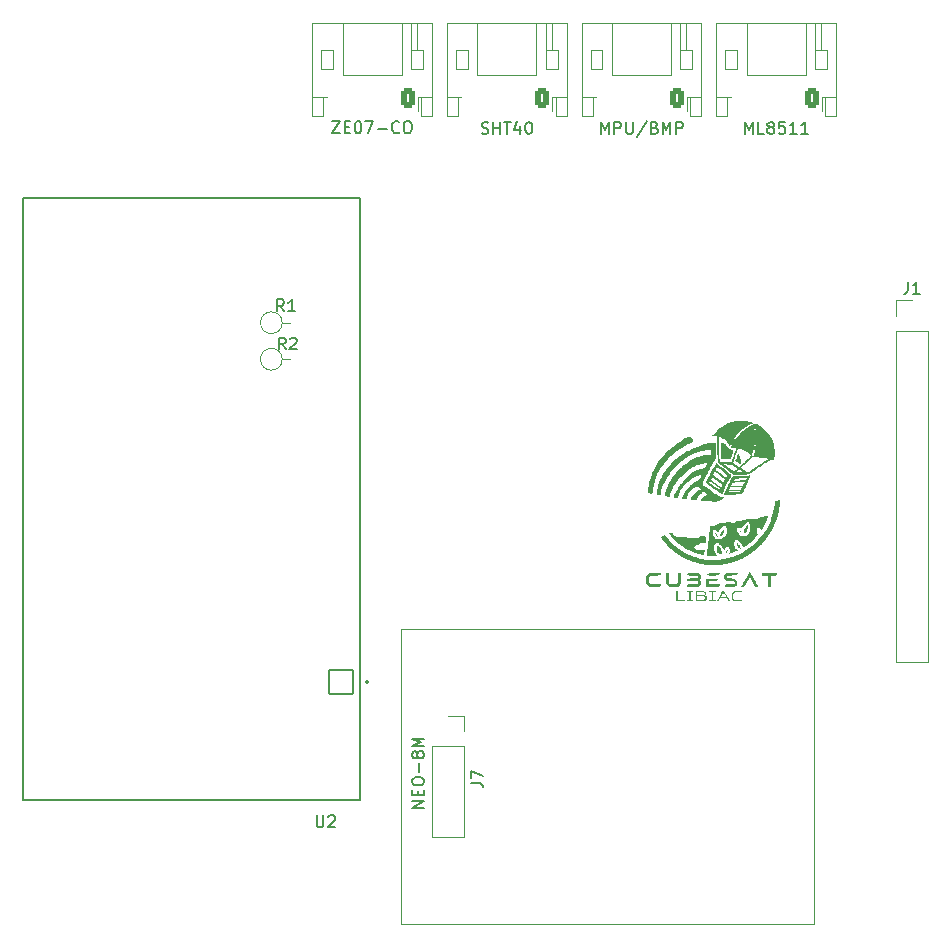
<source format=gto>
G04 #@! TF.GenerationSoftware,KiCad,Pcbnew,8.0.4*
G04 #@! TF.CreationDate,2025-01-30T11:26:39-05:00*
G04 #@! TF.ProjectId,Cubesat_pcb,43756265-7361-4745-9f70-63622e6b6963,rev?*
G04 #@! TF.SameCoordinates,Original*
G04 #@! TF.FileFunction,Legend,Top*
G04 #@! TF.FilePolarity,Positive*
%FSLAX46Y46*%
G04 Gerber Fmt 4.6, Leading zero omitted, Abs format (unit mm)*
G04 Created by KiCad (PCBNEW 8.0.4) date 2025-01-30 11:26:39*
%MOMM*%
%LPD*%
G01*
G04 APERTURE LIST*
G04 Aperture macros list*
%AMRoundRect*
0 Rectangle with rounded corners*
0 $1 Rounding radius*
0 $2 $3 $4 $5 $6 $7 $8 $9 X,Y pos of 4 corners*
0 Add a 4 corners polygon primitive as box body*
4,1,4,$2,$3,$4,$5,$6,$7,$8,$9,$2,$3,0*
0 Add four circle primitives for the rounded corners*
1,1,$1+$1,$2,$3*
1,1,$1+$1,$4,$5*
1,1,$1+$1,$6,$7*
1,1,$1+$1,$8,$9*
0 Add four rect primitives between the rounded corners*
20,1,$1+$1,$2,$3,$4,$5,0*
20,1,$1+$1,$4,$5,$6,$7,0*
20,1,$1+$1,$6,$7,$8,$9,0*
20,1,$1+$1,$8,$9,$2,$3,0*%
G04 Aperture macros list end*
%ADD10C,0.100000*%
%ADD11C,0.150000*%
%ADD12C,0.120000*%
%ADD13C,0.000000*%
%ADD14C,0.127000*%
%ADD15C,0.200000*%
%ADD16R,1.700000X1.700000*%
%ADD17O,1.700000X1.700000*%
%ADD18C,3.200000*%
%ADD19C,1.400000*%
%ADD20O,1.400000X1.400000*%
%ADD21RoundRect,0.250000X0.350000X0.625000X-0.350000X0.625000X-0.350000X-0.625000X0.350000X-0.625000X0*%
%ADD22O,1.200000X1.750000*%
%ADD23C,3.000000*%
%ADD24RoundRect,0.102000X1.000000X1.000000X-1.000000X1.000000X-1.000000X-1.000000X1.000000X-1.000000X0*%
%ADD25C,2.204000*%
G04 APERTURE END LIST*
D10*
X33199234Y28011535D02*
X68199234Y28011535D01*
X68199234Y3011535D01*
X33199234Y3011535D01*
X33199234Y28011535D01*
D11*
X39178951Y14938320D02*
X39893236Y14938320D01*
X39893236Y14938320D02*
X40036093Y14890701D01*
X40036093Y14890701D02*
X40131332Y14795463D01*
X40131332Y14795463D02*
X40178951Y14652606D01*
X40178951Y14652606D02*
X40178951Y14557368D01*
X39178951Y15319273D02*
X39178951Y15985939D01*
X39178951Y15985939D02*
X40178951Y15557368D01*
X35178951Y12843083D02*
X34178951Y12843083D01*
X34178951Y12843083D02*
X35178951Y13414511D01*
X35178951Y13414511D02*
X34178951Y13414511D01*
X34655141Y13890702D02*
X34655141Y14224035D01*
X35178951Y14366892D02*
X35178951Y13890702D01*
X35178951Y13890702D02*
X34178951Y13890702D01*
X34178951Y13890702D02*
X34178951Y14366892D01*
X34178951Y14985940D02*
X34178951Y15176416D01*
X34178951Y15176416D02*
X34226570Y15271654D01*
X34226570Y15271654D02*
X34321808Y15366892D01*
X34321808Y15366892D02*
X34512284Y15414511D01*
X34512284Y15414511D02*
X34845617Y15414511D01*
X34845617Y15414511D02*
X35036093Y15366892D01*
X35036093Y15366892D02*
X35131332Y15271654D01*
X35131332Y15271654D02*
X35178951Y15176416D01*
X35178951Y15176416D02*
X35178951Y14985940D01*
X35178951Y14985940D02*
X35131332Y14890702D01*
X35131332Y14890702D02*
X35036093Y14795464D01*
X35036093Y14795464D02*
X34845617Y14747845D01*
X34845617Y14747845D02*
X34512284Y14747845D01*
X34512284Y14747845D02*
X34321808Y14795464D01*
X34321808Y14795464D02*
X34226570Y14890702D01*
X34226570Y14890702D02*
X34178951Y14985940D01*
X34797998Y15843083D02*
X34797998Y16604988D01*
X34607522Y17224035D02*
X34559903Y17128797D01*
X34559903Y17128797D02*
X34512284Y17081178D01*
X34512284Y17081178D02*
X34417046Y17033559D01*
X34417046Y17033559D02*
X34369427Y17033559D01*
X34369427Y17033559D02*
X34274189Y17081178D01*
X34274189Y17081178D02*
X34226570Y17128797D01*
X34226570Y17128797D02*
X34178951Y17224035D01*
X34178951Y17224035D02*
X34178951Y17414511D01*
X34178951Y17414511D02*
X34226570Y17509749D01*
X34226570Y17509749D02*
X34274189Y17557368D01*
X34274189Y17557368D02*
X34369427Y17604987D01*
X34369427Y17604987D02*
X34417046Y17604987D01*
X34417046Y17604987D02*
X34512284Y17557368D01*
X34512284Y17557368D02*
X34559903Y17509749D01*
X34559903Y17509749D02*
X34607522Y17414511D01*
X34607522Y17414511D02*
X34607522Y17224035D01*
X34607522Y17224035D02*
X34655141Y17128797D01*
X34655141Y17128797D02*
X34702760Y17081178D01*
X34702760Y17081178D02*
X34797998Y17033559D01*
X34797998Y17033559D02*
X34988474Y17033559D01*
X34988474Y17033559D02*
X35083712Y17081178D01*
X35083712Y17081178D02*
X35131332Y17128797D01*
X35131332Y17128797D02*
X35178951Y17224035D01*
X35178951Y17224035D02*
X35178951Y17414511D01*
X35178951Y17414511D02*
X35131332Y17509749D01*
X35131332Y17509749D02*
X35083712Y17557368D01*
X35083712Y17557368D02*
X34988474Y17604987D01*
X34988474Y17604987D02*
X34797998Y17604987D01*
X34797998Y17604987D02*
X34702760Y17557368D01*
X34702760Y17557368D02*
X34655141Y17509749D01*
X34655141Y17509749D02*
X34607522Y17414511D01*
X35178951Y18033559D02*
X34178951Y18033559D01*
X34178951Y18033559D02*
X34893236Y18366892D01*
X34893236Y18366892D02*
X34178951Y18700225D01*
X34178951Y18700225D02*
X35178951Y18700225D01*
X23312465Y54884504D02*
X22979132Y55360695D01*
X22741037Y54884504D02*
X22741037Y55884504D01*
X22741037Y55884504D02*
X23121989Y55884504D01*
X23121989Y55884504D02*
X23217227Y55836885D01*
X23217227Y55836885D02*
X23264846Y55789266D01*
X23264846Y55789266D02*
X23312465Y55694028D01*
X23312465Y55694028D02*
X23312465Y55551171D01*
X23312465Y55551171D02*
X23264846Y55455933D01*
X23264846Y55455933D02*
X23217227Y55408314D01*
X23217227Y55408314D02*
X23121989Y55360695D01*
X23121989Y55360695D02*
X22741037Y55360695D01*
X24264846Y54884504D02*
X23693418Y54884504D01*
X23979132Y54884504D02*
X23979132Y55884504D01*
X23979132Y55884504D02*
X23883894Y55741647D01*
X23883894Y55741647D02*
X23788656Y55646409D01*
X23788656Y55646409D02*
X23693418Y55598790D01*
X50146751Y69906834D02*
X50146751Y70906834D01*
X50146751Y70906834D02*
X50480084Y70192549D01*
X50480084Y70192549D02*
X50813417Y70906834D01*
X50813417Y70906834D02*
X50813417Y69906834D01*
X51289608Y69906834D02*
X51289608Y70906834D01*
X51289608Y70906834D02*
X51670560Y70906834D01*
X51670560Y70906834D02*
X51765798Y70859215D01*
X51765798Y70859215D02*
X51813417Y70811596D01*
X51813417Y70811596D02*
X51861036Y70716358D01*
X51861036Y70716358D02*
X51861036Y70573501D01*
X51861036Y70573501D02*
X51813417Y70478263D01*
X51813417Y70478263D02*
X51765798Y70430644D01*
X51765798Y70430644D02*
X51670560Y70383025D01*
X51670560Y70383025D02*
X51289608Y70383025D01*
X52289608Y70906834D02*
X52289608Y70097311D01*
X52289608Y70097311D02*
X52337227Y70002073D01*
X52337227Y70002073D02*
X52384846Y69954454D01*
X52384846Y69954454D02*
X52480084Y69906834D01*
X52480084Y69906834D02*
X52670560Y69906834D01*
X52670560Y69906834D02*
X52765798Y69954454D01*
X52765798Y69954454D02*
X52813417Y70002073D01*
X52813417Y70002073D02*
X52861036Y70097311D01*
X52861036Y70097311D02*
X52861036Y70906834D01*
X54051512Y70954454D02*
X53194370Y69668739D01*
X54718179Y70430644D02*
X54861036Y70383025D01*
X54861036Y70383025D02*
X54908655Y70335406D01*
X54908655Y70335406D02*
X54956274Y70240168D01*
X54956274Y70240168D02*
X54956274Y70097311D01*
X54956274Y70097311D02*
X54908655Y70002073D01*
X54908655Y70002073D02*
X54861036Y69954454D01*
X54861036Y69954454D02*
X54765798Y69906834D01*
X54765798Y69906834D02*
X54384846Y69906834D01*
X54384846Y69906834D02*
X54384846Y70906834D01*
X54384846Y70906834D02*
X54718179Y70906834D01*
X54718179Y70906834D02*
X54813417Y70859215D01*
X54813417Y70859215D02*
X54861036Y70811596D01*
X54861036Y70811596D02*
X54908655Y70716358D01*
X54908655Y70716358D02*
X54908655Y70621120D01*
X54908655Y70621120D02*
X54861036Y70525882D01*
X54861036Y70525882D02*
X54813417Y70478263D01*
X54813417Y70478263D02*
X54718179Y70430644D01*
X54718179Y70430644D02*
X54384846Y70430644D01*
X55384846Y69906834D02*
X55384846Y70906834D01*
X55384846Y70906834D02*
X55718179Y70192549D01*
X55718179Y70192549D02*
X56051512Y70906834D01*
X56051512Y70906834D02*
X56051512Y69906834D01*
X56527703Y69906834D02*
X56527703Y70906834D01*
X56527703Y70906834D02*
X56908655Y70906834D01*
X56908655Y70906834D02*
X57003893Y70859215D01*
X57003893Y70859215D02*
X57051512Y70811596D01*
X57051512Y70811596D02*
X57099131Y70716358D01*
X57099131Y70716358D02*
X57099131Y70573501D01*
X57099131Y70573501D02*
X57051512Y70478263D01*
X57051512Y70478263D02*
X57003893Y70430644D01*
X57003893Y70430644D02*
X56908655Y70383025D01*
X56908655Y70383025D02*
X56527703Y70383025D01*
X76165798Y57361834D02*
X76165798Y56647549D01*
X76165798Y56647549D02*
X76118179Y56504692D01*
X76118179Y56504692D02*
X76022941Y56409454D01*
X76022941Y56409454D02*
X75880084Y56361834D01*
X75880084Y56361834D02*
X75784846Y56361834D01*
X77165798Y56361834D02*
X76594370Y56361834D01*
X76880084Y56361834D02*
X76880084Y57361834D01*
X76880084Y57361834D02*
X76784846Y57218977D01*
X76784846Y57218977D02*
X76689608Y57123739D01*
X76689608Y57123739D02*
X76594370Y57076120D01*
X62356275Y69906834D02*
X62356275Y70906834D01*
X62356275Y70906834D02*
X62689608Y70192549D01*
X62689608Y70192549D02*
X63022941Y70906834D01*
X63022941Y70906834D02*
X63022941Y69906834D01*
X63975322Y69906834D02*
X63499132Y69906834D01*
X63499132Y69906834D02*
X63499132Y70906834D01*
X64451513Y70478263D02*
X64356275Y70525882D01*
X64356275Y70525882D02*
X64308656Y70573501D01*
X64308656Y70573501D02*
X64261037Y70668739D01*
X64261037Y70668739D02*
X64261037Y70716358D01*
X64261037Y70716358D02*
X64308656Y70811596D01*
X64308656Y70811596D02*
X64356275Y70859215D01*
X64356275Y70859215D02*
X64451513Y70906834D01*
X64451513Y70906834D02*
X64641989Y70906834D01*
X64641989Y70906834D02*
X64737227Y70859215D01*
X64737227Y70859215D02*
X64784846Y70811596D01*
X64784846Y70811596D02*
X64832465Y70716358D01*
X64832465Y70716358D02*
X64832465Y70668739D01*
X64832465Y70668739D02*
X64784846Y70573501D01*
X64784846Y70573501D02*
X64737227Y70525882D01*
X64737227Y70525882D02*
X64641989Y70478263D01*
X64641989Y70478263D02*
X64451513Y70478263D01*
X64451513Y70478263D02*
X64356275Y70430644D01*
X64356275Y70430644D02*
X64308656Y70383025D01*
X64308656Y70383025D02*
X64261037Y70287787D01*
X64261037Y70287787D02*
X64261037Y70097311D01*
X64261037Y70097311D02*
X64308656Y70002073D01*
X64308656Y70002073D02*
X64356275Y69954454D01*
X64356275Y69954454D02*
X64451513Y69906834D01*
X64451513Y69906834D02*
X64641989Y69906834D01*
X64641989Y69906834D02*
X64737227Y69954454D01*
X64737227Y69954454D02*
X64784846Y70002073D01*
X64784846Y70002073D02*
X64832465Y70097311D01*
X64832465Y70097311D02*
X64832465Y70287787D01*
X64832465Y70287787D02*
X64784846Y70383025D01*
X64784846Y70383025D02*
X64737227Y70430644D01*
X64737227Y70430644D02*
X64641989Y70478263D01*
X65737227Y70906834D02*
X65261037Y70906834D01*
X65261037Y70906834D02*
X65213418Y70430644D01*
X65213418Y70430644D02*
X65261037Y70478263D01*
X65261037Y70478263D02*
X65356275Y70525882D01*
X65356275Y70525882D02*
X65594370Y70525882D01*
X65594370Y70525882D02*
X65689608Y70478263D01*
X65689608Y70478263D02*
X65737227Y70430644D01*
X65737227Y70430644D02*
X65784846Y70335406D01*
X65784846Y70335406D02*
X65784846Y70097311D01*
X65784846Y70097311D02*
X65737227Y70002073D01*
X65737227Y70002073D02*
X65689608Y69954454D01*
X65689608Y69954454D02*
X65594370Y69906834D01*
X65594370Y69906834D02*
X65356275Y69906834D01*
X65356275Y69906834D02*
X65261037Y69954454D01*
X65261037Y69954454D02*
X65213418Y70002073D01*
X66737227Y69906834D02*
X66165799Y69906834D01*
X66451513Y69906834D02*
X66451513Y70906834D01*
X66451513Y70906834D02*
X66356275Y70763977D01*
X66356275Y70763977D02*
X66261037Y70668739D01*
X66261037Y70668739D02*
X66165799Y70621120D01*
X67689608Y69906834D02*
X67118180Y69906834D01*
X67403894Y69906834D02*
X67403894Y70906834D01*
X67403894Y70906834D02*
X67308656Y70763977D01*
X67308656Y70763977D02*
X67213418Y70668739D01*
X67213418Y70668739D02*
X67118180Y70621120D01*
X27418180Y70956834D02*
X28084846Y70956834D01*
X28084846Y70956834D02*
X27418180Y69956834D01*
X27418180Y69956834D02*
X28084846Y69956834D01*
X28465799Y70480644D02*
X28799132Y70480644D01*
X28941989Y69956834D02*
X28465799Y69956834D01*
X28465799Y69956834D02*
X28465799Y70956834D01*
X28465799Y70956834D02*
X28941989Y70956834D01*
X29561037Y70956834D02*
X29656275Y70956834D01*
X29656275Y70956834D02*
X29751513Y70909215D01*
X29751513Y70909215D02*
X29799132Y70861596D01*
X29799132Y70861596D02*
X29846751Y70766358D01*
X29846751Y70766358D02*
X29894370Y70575882D01*
X29894370Y70575882D02*
X29894370Y70337787D01*
X29894370Y70337787D02*
X29846751Y70147311D01*
X29846751Y70147311D02*
X29799132Y70052073D01*
X29799132Y70052073D02*
X29751513Y70004454D01*
X29751513Y70004454D02*
X29656275Y69956834D01*
X29656275Y69956834D02*
X29561037Y69956834D01*
X29561037Y69956834D02*
X29465799Y70004454D01*
X29465799Y70004454D02*
X29418180Y70052073D01*
X29418180Y70052073D02*
X29370561Y70147311D01*
X29370561Y70147311D02*
X29322942Y70337787D01*
X29322942Y70337787D02*
X29322942Y70575882D01*
X29322942Y70575882D02*
X29370561Y70766358D01*
X29370561Y70766358D02*
X29418180Y70861596D01*
X29418180Y70861596D02*
X29465799Y70909215D01*
X29465799Y70909215D02*
X29561037Y70956834D01*
X30227704Y70956834D02*
X30894370Y70956834D01*
X30894370Y70956834D02*
X30465799Y69956834D01*
X31275323Y70337787D02*
X32037228Y70337787D01*
X33084846Y70052073D02*
X33037227Y70004454D01*
X33037227Y70004454D02*
X32894370Y69956834D01*
X32894370Y69956834D02*
X32799132Y69956834D01*
X32799132Y69956834D02*
X32656275Y70004454D01*
X32656275Y70004454D02*
X32561037Y70099692D01*
X32561037Y70099692D02*
X32513418Y70194930D01*
X32513418Y70194930D02*
X32465799Y70385406D01*
X32465799Y70385406D02*
X32465799Y70528263D01*
X32465799Y70528263D02*
X32513418Y70718739D01*
X32513418Y70718739D02*
X32561037Y70813977D01*
X32561037Y70813977D02*
X32656275Y70909215D01*
X32656275Y70909215D02*
X32799132Y70956834D01*
X32799132Y70956834D02*
X32894370Y70956834D01*
X32894370Y70956834D02*
X33037227Y70909215D01*
X33037227Y70909215D02*
X33084846Y70861596D01*
X33703894Y70956834D02*
X33894370Y70956834D01*
X33894370Y70956834D02*
X33989608Y70909215D01*
X33989608Y70909215D02*
X34084846Y70813977D01*
X34084846Y70813977D02*
X34132465Y70623501D01*
X34132465Y70623501D02*
X34132465Y70290168D01*
X34132465Y70290168D02*
X34084846Y70099692D01*
X34084846Y70099692D02*
X33989608Y70004454D01*
X33989608Y70004454D02*
X33894370Y69956834D01*
X33894370Y69956834D02*
X33703894Y69956834D01*
X33703894Y69956834D02*
X33608656Y70004454D01*
X33608656Y70004454D02*
X33513418Y70099692D01*
X33513418Y70099692D02*
X33465799Y70290168D01*
X33465799Y70290168D02*
X33465799Y70623501D01*
X33465799Y70623501D02*
X33513418Y70813977D01*
X33513418Y70813977D02*
X33608656Y70909215D01*
X33608656Y70909215D02*
X33703894Y70956834D01*
X23462965Y51643134D02*
X23129632Y52119325D01*
X22891537Y51643134D02*
X22891537Y52643134D01*
X22891537Y52643134D02*
X23272489Y52643134D01*
X23272489Y52643134D02*
X23367727Y52595515D01*
X23367727Y52595515D02*
X23415346Y52547896D01*
X23415346Y52547896D02*
X23462965Y52452658D01*
X23462965Y52452658D02*
X23462965Y52309801D01*
X23462965Y52309801D02*
X23415346Y52214563D01*
X23415346Y52214563D02*
X23367727Y52166944D01*
X23367727Y52166944D02*
X23272489Y52119325D01*
X23272489Y52119325D02*
X22891537Y52119325D01*
X23843918Y52547896D02*
X23891537Y52595515D01*
X23891537Y52595515D02*
X23986775Y52643134D01*
X23986775Y52643134D02*
X24224870Y52643134D01*
X24224870Y52643134D02*
X24320108Y52595515D01*
X24320108Y52595515D02*
X24367727Y52547896D01*
X24367727Y52547896D02*
X24415346Y52452658D01*
X24415346Y52452658D02*
X24415346Y52357420D01*
X24415346Y52357420D02*
X24367727Y52214563D01*
X24367727Y52214563D02*
X23796299Y51643134D01*
X23796299Y51643134D02*
X24415346Y51643134D01*
X40056275Y69954454D02*
X40199132Y69906834D01*
X40199132Y69906834D02*
X40437227Y69906834D01*
X40437227Y69906834D02*
X40532465Y69954454D01*
X40532465Y69954454D02*
X40580084Y70002073D01*
X40580084Y70002073D02*
X40627703Y70097311D01*
X40627703Y70097311D02*
X40627703Y70192549D01*
X40627703Y70192549D02*
X40580084Y70287787D01*
X40580084Y70287787D02*
X40532465Y70335406D01*
X40532465Y70335406D02*
X40437227Y70383025D01*
X40437227Y70383025D02*
X40246751Y70430644D01*
X40246751Y70430644D02*
X40151513Y70478263D01*
X40151513Y70478263D02*
X40103894Y70525882D01*
X40103894Y70525882D02*
X40056275Y70621120D01*
X40056275Y70621120D02*
X40056275Y70716358D01*
X40056275Y70716358D02*
X40103894Y70811596D01*
X40103894Y70811596D02*
X40151513Y70859215D01*
X40151513Y70859215D02*
X40246751Y70906834D01*
X40246751Y70906834D02*
X40484846Y70906834D01*
X40484846Y70906834D02*
X40627703Y70859215D01*
X41056275Y69906834D02*
X41056275Y70906834D01*
X41056275Y70430644D02*
X41627703Y70430644D01*
X41627703Y69906834D02*
X41627703Y70906834D01*
X41961037Y70906834D02*
X42532465Y70906834D01*
X42246751Y69906834D02*
X42246751Y70906834D01*
X43294370Y70573501D02*
X43294370Y69906834D01*
X43056275Y70954454D02*
X42818180Y70240168D01*
X42818180Y70240168D02*
X43437227Y70240168D01*
X44008656Y70906834D02*
X44103894Y70906834D01*
X44103894Y70906834D02*
X44199132Y70859215D01*
X44199132Y70859215D02*
X44246751Y70811596D01*
X44246751Y70811596D02*
X44294370Y70716358D01*
X44294370Y70716358D02*
X44341989Y70525882D01*
X44341989Y70525882D02*
X44341989Y70287787D01*
X44341989Y70287787D02*
X44294370Y70097311D01*
X44294370Y70097311D02*
X44246751Y70002073D01*
X44246751Y70002073D02*
X44199132Y69954454D01*
X44199132Y69954454D02*
X44103894Y69906834D01*
X44103894Y69906834D02*
X44008656Y69906834D01*
X44008656Y69906834D02*
X43913418Y69954454D01*
X43913418Y69954454D02*
X43865799Y70002073D01*
X43865799Y70002073D02*
X43818180Y70097311D01*
X43818180Y70097311D02*
X43770561Y70287787D01*
X43770561Y70287787D02*
X43770561Y70525882D01*
X43770561Y70525882D02*
X43818180Y70716358D01*
X43818180Y70716358D02*
X43865799Y70811596D01*
X43865799Y70811596D02*
X43913418Y70859215D01*
X43913418Y70859215D02*
X44008656Y70906834D01*
X26092227Y12191834D02*
X26092227Y11382311D01*
X26092227Y11382311D02*
X26139846Y11287073D01*
X26139846Y11287073D02*
X26187465Y11239454D01*
X26187465Y11239454D02*
X26282703Y11191834D01*
X26282703Y11191834D02*
X26473179Y11191834D01*
X26473179Y11191834D02*
X26568417Y11239454D01*
X26568417Y11239454D02*
X26616036Y11287073D01*
X26616036Y11287073D02*
X26663655Y11382311D01*
X26663655Y11382311D02*
X26663655Y12191834D01*
X27092227Y12096596D02*
X27139846Y12144215D01*
X27139846Y12144215D02*
X27235084Y12191834D01*
X27235084Y12191834D02*
X27473179Y12191834D01*
X27473179Y12191834D02*
X27568417Y12144215D01*
X27568417Y12144215D02*
X27616036Y12096596D01*
X27616036Y12096596D02*
X27663655Y12001358D01*
X27663655Y12001358D02*
X27663655Y11906120D01*
X27663655Y11906120D02*
X27616036Y11763263D01*
X27616036Y11763263D02*
X27044608Y11191834D01*
X27044608Y11191834D02*
X27663655Y11191834D01*
D12*
G04 #@! TO.C,J7*
X35894132Y18041654D02*
X35894132Y10361654D01*
X35894132Y18041654D02*
X38554132Y18041654D01*
X35894132Y10361654D02*
X38554132Y10361654D01*
X37224132Y20641654D02*
X38554132Y20641654D01*
X38554132Y20641654D02*
X38554132Y19311654D01*
X38554132Y18041654D02*
X38554132Y10361654D01*
G04 #@! TO.C,R1*
X23179132Y53911654D02*
X23799132Y53911654D01*
X23179132Y53911654D02*
G75*
G02*
X21339132Y53911654I-920000J0D01*
G01*
X21339132Y53911654D02*
G75*
G02*
X23179132Y53911654I920000J0D01*
G01*
G04 #@! TO.C,J8*
X48539132Y79271654D02*
X48539132Y71451654D01*
X48539132Y73051654D02*
X49459132Y73051654D01*
X48539132Y71451654D02*
X49459132Y71451654D01*
X49299132Y77011654D02*
X50299132Y77011654D01*
X49299132Y75411654D02*
X49299132Y77011654D01*
X49459132Y73051654D02*
X49739132Y73051654D01*
X49459132Y71451654D02*
X49459132Y73051654D01*
X50299132Y77011654D02*
X50299132Y75411654D01*
X50299132Y75411654D02*
X49299132Y75411654D01*
X51099132Y74911654D02*
X51099132Y79271654D01*
X56099132Y79271654D02*
X56099132Y74911654D01*
X56099132Y74911654D02*
X51099132Y74911654D01*
X56899132Y77011654D02*
X56899132Y79271654D01*
X56899132Y77011654D02*
X56899132Y75411654D01*
X56899132Y75411654D02*
X57899132Y75411654D01*
X57399132Y77011654D02*
X57399132Y79271654D01*
X57459132Y73051654D02*
X57459132Y71836654D01*
X57459132Y73051654D02*
X57739132Y73051654D01*
X57739132Y73051654D02*
X57739132Y71451654D01*
X57739132Y71451654D02*
X58659132Y71451654D01*
X57899132Y77011654D02*
X56899132Y77011654D01*
X57899132Y75411654D02*
X57899132Y77011654D01*
X58659132Y79271654D02*
X48539132Y79271654D01*
X58659132Y73051654D02*
X57739132Y73051654D01*
X58659132Y71451654D02*
X58659132Y79271654D01*
G04 #@! TO.C,J1*
X75169132Y55816654D02*
X76499132Y55816654D01*
X75169132Y54486654D02*
X75169132Y55816654D01*
X75169132Y53216654D02*
X75169132Y25216654D01*
X75169132Y53216654D02*
X77829132Y53216654D01*
X75169132Y25216654D02*
X77829132Y25216654D01*
X77829132Y53216654D02*
X77829132Y25216654D01*
G04 #@! TO.C,J6*
X59939132Y79271654D02*
X59939132Y71451654D01*
X59939132Y73051654D02*
X60859132Y73051654D01*
X59939132Y71451654D02*
X60859132Y71451654D01*
X60699132Y77011654D02*
X61699132Y77011654D01*
X60699132Y75411654D02*
X60699132Y77011654D01*
X60859132Y73051654D02*
X61139132Y73051654D01*
X60859132Y71451654D02*
X60859132Y73051654D01*
X61699132Y77011654D02*
X61699132Y75411654D01*
X61699132Y75411654D02*
X60699132Y75411654D01*
X62499132Y74911654D02*
X62499132Y79271654D01*
X67499132Y79271654D02*
X67499132Y74911654D01*
X67499132Y74911654D02*
X62499132Y74911654D01*
X68299132Y77011654D02*
X68299132Y79271654D01*
X68299132Y77011654D02*
X68299132Y75411654D01*
X68299132Y75411654D02*
X69299132Y75411654D01*
X68799132Y77011654D02*
X68799132Y79271654D01*
X68859132Y73051654D02*
X68859132Y71836654D01*
X68859132Y73051654D02*
X69139132Y73051654D01*
X69139132Y73051654D02*
X69139132Y71451654D01*
X69139132Y71451654D02*
X70059132Y71451654D01*
X69299132Y77011654D02*
X68299132Y77011654D01*
X69299132Y75411654D02*
X69299132Y77011654D01*
X70059132Y79271654D02*
X59939132Y79271654D01*
X70059132Y73051654D02*
X69139132Y73051654D01*
X70059132Y71451654D02*
X70059132Y79271654D01*
G04 #@! TO.C,J4*
X25739132Y79271654D02*
X25739132Y71451654D01*
X25739132Y73051654D02*
X26659132Y73051654D01*
X25739132Y71451654D02*
X26659132Y71451654D01*
X26499132Y77011654D02*
X27499132Y77011654D01*
X26499132Y75411654D02*
X26499132Y77011654D01*
X26659132Y73051654D02*
X26939132Y73051654D01*
X26659132Y71451654D02*
X26659132Y73051654D01*
X27499132Y77011654D02*
X27499132Y75411654D01*
X27499132Y75411654D02*
X26499132Y75411654D01*
X28299132Y74911654D02*
X28299132Y79271654D01*
X33299132Y79271654D02*
X33299132Y74911654D01*
X33299132Y74911654D02*
X28299132Y74911654D01*
X34099132Y77011654D02*
X34099132Y79271654D01*
X34099132Y77011654D02*
X34099132Y75411654D01*
X34099132Y75411654D02*
X35099132Y75411654D01*
X34599132Y77011654D02*
X34599132Y79271654D01*
X34659132Y73051654D02*
X34659132Y71836654D01*
X34659132Y73051654D02*
X34939132Y73051654D01*
X34939132Y73051654D02*
X34939132Y71451654D01*
X34939132Y71451654D02*
X35859132Y71451654D01*
X35099132Y77011654D02*
X34099132Y77011654D01*
X35099132Y75411654D02*
X35099132Y77011654D01*
X35859132Y79271654D02*
X25739132Y79271654D01*
X35859132Y73051654D02*
X34939132Y73051654D01*
X35859132Y71451654D02*
X35859132Y79271654D01*
G04 #@! TO.C,R2*
X23179132Y50811654D02*
X23799132Y50811654D01*
X23179132Y50811654D02*
G75*
G02*
X21339132Y50811654I-920000J0D01*
G01*
X21339132Y50811654D02*
G75*
G02*
X23179132Y50811654I920000J0D01*
G01*
D13*
G04 #@! TO.C,G\u002A\u002A\u002A*
G36*
X56651875Y30832962D02*
G01*
X56651875Y30466787D01*
X56982325Y30466787D01*
X57312775Y30466787D01*
X57312775Y30413201D01*
X57312775Y30359614D01*
X56928739Y30359614D01*
X56544702Y30359614D01*
X56544702Y30779375D01*
X56544702Y31199136D01*
X56598289Y31199136D01*
X56651875Y31199136D01*
X56651875Y30832962D01*
G37*
G36*
X63545979Y36317074D02*
G01*
X63563277Y36289859D01*
X63574393Y36243177D01*
X63577057Y36193069D01*
X63569001Y36155576D01*
X63568861Y36155323D01*
X63555212Y36137229D01*
X63545715Y36149778D01*
X63540600Y36167247D01*
X63531762Y36216094D01*
X63529343Y36264594D01*
X63532961Y36302120D01*
X63542234Y36318046D01*
X63545979Y36317074D01*
G37*
G36*
X61951651Y36291712D02*
G01*
X61968159Y36275597D01*
X61999269Y36238706D01*
X62033124Y36190291D01*
X62064187Y36139601D01*
X62086923Y36095885D01*
X62095793Y36068393D01*
X62094628Y36064346D01*
X62081934Y36074761D01*
X62053142Y36107785D01*
X62013430Y36157331D01*
X61993377Y36183395D01*
X61946783Y36247764D01*
X61918708Y36292990D01*
X61909759Y36316863D01*
X61920539Y36317173D01*
X61951651Y36291712D01*
G37*
G36*
X59859228Y36140748D02*
G01*
X59889695Y36115443D01*
X59925289Y36077867D01*
X59958303Y36036497D01*
X59981029Y35999810D01*
X59985994Y35986468D01*
X60001144Y35943673D01*
X60027236Y35888394D01*
X60039621Y35865627D01*
X60065078Y35816274D01*
X60069925Y35794785D01*
X60055390Y35800753D01*
X60022700Y35833768D01*
X59979206Y35885726D01*
X59937327Y35943150D01*
X59898251Y36005372D01*
X59866176Y36064475D01*
X59845300Y36112540D01*
X59839820Y36141649D01*
X59841596Y36145303D01*
X59859228Y36140748D01*
G37*
G36*
X60894069Y34654978D02*
G01*
X60884995Y34618703D01*
X60868841Y34587991D01*
X60835216Y34531094D01*
X60805309Y34473619D01*
X60804726Y34472378D01*
X60782711Y34434011D01*
X60763753Y34414829D01*
X60761394Y34414326D01*
X60731705Y34408443D01*
X60716979Y34403484D01*
X60693161Y34403757D01*
X60688725Y34412975D01*
X60703078Y34436290D01*
X60716395Y34443928D01*
X60738399Y34464583D01*
X60768336Y34507909D01*
X60796375Y34558170D01*
X60825878Y34613252D01*
X60851212Y34654663D01*
X60865712Y34672317D01*
X60887537Y34675655D01*
X60894069Y34654978D01*
G37*
G36*
X62117698Y31145549D02*
G01*
X62117698Y31091963D01*
X61805161Y31091963D01*
X61492625Y31091963D01*
X61421125Y31027367D01*
X61349625Y30962771D01*
X61349625Y30779375D01*
X61349625Y30595979D01*
X61421125Y30531383D01*
X61492625Y30466787D01*
X61805161Y30466787D01*
X62117698Y30466787D01*
X62117698Y30413201D01*
X62117698Y30359614D01*
X61782707Y30359614D01*
X61447716Y30359614D01*
X61336153Y30450980D01*
X61224590Y30542346D01*
X61224590Y30779375D01*
X61224590Y31016404D01*
X61336153Y31107770D01*
X61447716Y31199136D01*
X61782707Y31199136D01*
X62117698Y31199136D01*
X62117698Y31145549D01*
G37*
G36*
X62582114Y36584371D02*
G01*
X62580826Y36497681D01*
X62575692Y36435534D01*
X62564809Y36386801D01*
X62546274Y36340352D01*
X62537201Y36321725D01*
X62507179Y36268136D01*
X62468846Y36208092D01*
X62427827Y36149383D01*
X62389749Y36099798D01*
X62360235Y36067128D01*
X62347038Y36058406D01*
X62333359Y36072622D01*
X62310227Y36110167D01*
X62289803Y36148824D01*
X62263754Y36206294D01*
X62253441Y36250660D01*
X62256184Y36299431D01*
X62261776Y36331803D01*
X62297105Y36436421D01*
X62361183Y36542957D01*
X62448542Y36643069D01*
X62490727Y36681083D01*
X62582114Y36757596D01*
X62582114Y36584371D01*
G37*
G36*
X57973675Y31145549D02*
G01*
X57973675Y31091963D01*
X57866502Y31091963D01*
X57759329Y31091963D01*
X57759329Y30779375D01*
X57759329Y30466787D01*
X57866502Y30466787D01*
X57973675Y30466787D01*
X57973675Y30413201D01*
X57973675Y30359614D01*
X57696812Y30359614D01*
X57419948Y30359614D01*
X57419948Y30413201D01*
X57419948Y30466787D01*
X57527121Y30466787D01*
X57634294Y30466787D01*
X57634294Y30778484D01*
X57634294Y31090180D01*
X57531587Y31095537D01*
X57473515Y31099756D01*
X57442089Y31107688D01*
X57428240Y31123893D01*
X57423227Y31150015D01*
X57417575Y31199136D01*
X57695625Y31199136D01*
X57973675Y31199136D01*
X57973675Y31145549D01*
G37*
G36*
X60605276Y36412286D02*
G01*
X60614395Y36333658D01*
X60608502Y36241668D01*
X60589604Y36154362D01*
X60571576Y36109212D01*
X60544207Y36068045D01*
X60501991Y36017239D01*
X60452104Y35963997D01*
X60401719Y35915524D01*
X60358010Y35879021D01*
X60328152Y35861692D01*
X60324520Y35861161D01*
X60296012Y35873378D01*
X60268964Y35896886D01*
X60247484Y35925363D01*
X60251095Y35946931D01*
X60266195Y35965275D01*
X60286926Y36005679D01*
X60295915Y36057826D01*
X60295925Y36059052D01*
X60310160Y36128834D01*
X60349249Y36210243D01*
X60408269Y36295164D01*
X60482297Y36375486D01*
X60495045Y36387224D01*
X60589560Y36472202D01*
X60605276Y36412286D01*
G37*
G36*
X61710149Y35275818D02*
G01*
X61750102Y35238907D01*
X61798988Y35185367D01*
X61851335Y35121725D01*
X61901671Y35054508D01*
X61944524Y34990243D01*
X61964336Y34955880D01*
X62006134Y34870648D01*
X62025922Y34812682D01*
X62023376Y34780860D01*
X61998173Y34774060D01*
X61949991Y34791158D01*
X61921214Y34806081D01*
X61869006Y34833920D01*
X61822735Y34857127D01*
X61817555Y34859560D01*
X61786252Y34887210D01*
X61751406Y34938190D01*
X61730921Y34977951D01*
X61708640Y35037203D01*
X61690480Y35104811D01*
X61677698Y35172313D01*
X61671553Y35231247D01*
X61673302Y35273151D01*
X61684204Y35289562D01*
X61684601Y35289572D01*
X61710149Y35275818D01*
G37*
G36*
X59881648Y31150015D02*
G01*
X59875958Y31122177D01*
X59861031Y31106805D01*
X59827798Y31099340D01*
X59773289Y31095537D01*
X59670581Y31090180D01*
X59670581Y30779375D01*
X59670581Y30468570D01*
X59773289Y30463213D01*
X59831360Y30458995D01*
X59862786Y30451062D01*
X59876636Y30434857D01*
X59881648Y30408735D01*
X59887300Y30359614D01*
X59609250Y30359614D01*
X59331200Y30359614D01*
X59331200Y30413201D01*
X59331200Y30466787D01*
X59438373Y30466787D01*
X59545546Y30466787D01*
X59545546Y30779375D01*
X59545546Y31091963D01*
X59438373Y31091963D01*
X59331200Y31091963D01*
X59331200Y31145549D01*
X59331200Y31199136D01*
X59609250Y31199136D01*
X59887300Y31199136D01*
X59881648Y31150015D01*
G37*
G36*
X60031148Y35047063D02*
G01*
X60070012Y35020176D01*
X60114874Y34986019D01*
X60219143Y34887855D01*
X60306655Y34774378D01*
X60370001Y34655841D01*
X60386749Y34609833D01*
X60407023Y34529892D01*
X60418102Y34454444D01*
X60419650Y34391405D01*
X60411329Y34348693D01*
X60398464Y34334777D01*
X60345535Y34323917D01*
X60281150Y34317789D01*
X60225027Y34317975D01*
X60211282Y34319767D01*
X60173240Y34339988D01*
X60125240Y34383569D01*
X60074469Y34442534D01*
X60028118Y34508901D01*
X60006253Y34547328D01*
X59983328Y34608388D01*
X59969426Y34688803D01*
X59963763Y34770553D01*
X59963672Y34857488D01*
X59969750Y34936828D01*
X59980804Y35001362D01*
X59995642Y35043880D01*
X60011186Y35057364D01*
X60031148Y35047063D01*
G37*
G36*
X61798196Y42815149D02*
G01*
X61819373Y42779990D01*
X61850193Y42716605D01*
X61858245Y42699154D01*
X61906938Y42585341D01*
X61956630Y42455928D01*
X62002912Y42323424D01*
X62041373Y42200337D01*
X62063736Y42116255D01*
X62075584Y42060223D01*
X62076482Y42025862D01*
X62064710Y42000332D01*
X62045188Y41977824D01*
X62014606Y41948335D01*
X61994922Y41934847D01*
X61994015Y41934755D01*
X61974559Y41943759D01*
X61934405Y41966690D01*
X61891574Y41992807D01*
X61827975Y42031719D01*
X61750241Y42078114D01*
X61676099Y42121427D01*
X61552783Y42192452D01*
X61654297Y42489505D01*
X61688423Y42588286D01*
X61719677Y42676759D01*
X61745824Y42748744D01*
X61764625Y42798062D01*
X61772939Y42817162D01*
X61783704Y42826176D01*
X61798196Y42815149D01*
G37*
G36*
X59752479Y32752258D02*
G01*
X59878732Y32751047D01*
X59992981Y32748834D01*
X60090441Y32745802D01*
X60166325Y32742135D01*
X60215850Y32738015D01*
X60234144Y32733818D01*
X60230064Y32711719D01*
X60209887Y32671249D01*
X60179706Y32622038D01*
X60145612Y32573715D01*
X60113695Y32535909D01*
X60102304Y32525402D01*
X60075915Y32517830D01*
X60021001Y32511660D01*
X59943105Y32506877D01*
X59847774Y32503464D01*
X59740550Y32501406D01*
X59626980Y32500686D01*
X59512606Y32501288D01*
X59402975Y32503198D01*
X59303630Y32506398D01*
X59220116Y32510874D01*
X59157979Y32516608D01*
X59122761Y32523585D01*
X59116854Y32528230D01*
X59127538Y32553727D01*
X59155662Y32597233D01*
X59195333Y32649705D01*
X59198808Y32653993D01*
X59280762Y32754600D01*
X59752479Y32752258D01*
G37*
G36*
X59735531Y32235022D02*
G01*
X59849046Y32234491D01*
X59934656Y32233290D01*
X59996270Y32231160D01*
X60037798Y32227842D01*
X60063149Y32223078D01*
X60076232Y32216609D01*
X60080958Y32208176D01*
X60081411Y32202632D01*
X60070326Y32171395D01*
X60041897Y32126389D01*
X60017859Y32095877D01*
X59954306Y32021630D01*
X59647219Y32016747D01*
X59340131Y32011865D01*
X59334849Y31891295D01*
X59329568Y31770725D01*
X59784815Y31770725D01*
X59908703Y31770185D01*
X60020457Y31768663D01*
X60115215Y31766310D01*
X60188118Y31763277D01*
X60234305Y31759713D01*
X60248936Y31756367D01*
X60243044Y31736353D01*
X60219199Y31697172D01*
X60182431Y31647011D01*
X60179283Y31643023D01*
X60100758Y31544037D01*
X59909684Y31532346D01*
X59820935Y31527985D01*
X59718461Y31524679D01*
X59608186Y31522426D01*
X59496038Y31521226D01*
X59387944Y31521075D01*
X59289828Y31521974D01*
X59207619Y31523920D01*
X59147241Y31526911D01*
X59114622Y31530946D01*
X59110900Y31532563D01*
X59107209Y31553337D01*
X59103983Y31604143D01*
X59101413Y31679289D01*
X59099687Y31773085D01*
X59098997Y31879838D01*
X59098992Y31889806D01*
X59098992Y32235142D01*
X59590201Y32235142D01*
X59735531Y32235022D01*
G37*
G36*
X60392512Y43712277D02*
G01*
X60427326Y43696935D01*
X60471257Y43680827D01*
X60494381Y43685632D01*
X60528218Y43690492D01*
X60582734Y43684158D01*
X60608984Y43678283D01*
X60650923Y43665417D01*
X60685947Y43647264D01*
X60721235Y43617912D01*
X60763967Y43571453D01*
X60817658Y43506505D01*
X60872658Y43435591D01*
X60922839Y43365605D01*
X60961207Y43306562D01*
X60976043Y43279743D01*
X61011138Y43223970D01*
X61047096Y43196298D01*
X61052060Y43194988D01*
X61088577Y43188343D01*
X61147708Y43177934D01*
X61216844Y43165982D01*
X61218852Y43165638D01*
X61284867Y43153086D01*
X61338004Y43140708D01*
X61367444Y43131046D01*
X61368373Y43130515D01*
X61376371Y43113589D01*
X61372245Y43076417D01*
X61355154Y43013860D01*
X61343270Y42976846D01*
X61321208Y42905126D01*
X61294331Y42810324D01*
X61265857Y42704168D01*
X61239008Y42598386D01*
X61236046Y42586267D01*
X61175219Y42336196D01*
X61025748Y42334226D01*
X60934430Y42335007D01*
X60836820Y42338933D01*
X60753564Y42345163D01*
X60751242Y42345404D01*
X60667870Y42352359D01*
X60570117Y42357890D01*
X60480368Y42360771D01*
X60334529Y42362990D01*
X60319858Y42501421D01*
X60316069Y42555251D01*
X60312625Y42638801D01*
X60309660Y42746067D01*
X60307307Y42871048D01*
X60305697Y43007739D01*
X60304966Y43150137D01*
X60304937Y43175718D01*
X60304688Y43711583D01*
X60345911Y43717426D01*
X60392512Y43712277D01*
G37*
G36*
X60854763Y30798479D02*
G01*
X60916027Y30689197D01*
X60971023Y30589788D01*
X61017413Y30504584D01*
X61052861Y30437919D01*
X61075027Y30394123D01*
X61081692Y30377912D01*
X61066070Y30365487D01*
X61027987Y30359673D01*
X61023298Y30359614D01*
X60990379Y30362643D01*
X60965211Y30376426D01*
X60940081Y30408008D01*
X60907279Y30464434D01*
X60905984Y30466787D01*
X60847066Y30573960D01*
X60540153Y30573683D01*
X60233239Y30573407D01*
X60178338Y30470976D01*
X60145285Y30413714D01*
X60118412Y30381561D01*
X60089762Y30366816D01*
X60066700Y30362948D01*
X60024022Y30364494D01*
X60009987Y30381626D01*
X60009962Y30382794D01*
X60018435Y30404796D01*
X60042266Y30453307D01*
X60079073Y30523826D01*
X60126474Y30611855D01*
X60173219Y30696783D01*
X60313619Y30696783D01*
X60330374Y30690961D01*
X60376218Y30686122D01*
X60444519Y30682711D01*
X60528646Y30681176D01*
X60545827Y30681133D01*
X60632209Y30681799D01*
X60704020Y30683621D01*
X60754629Y30686336D01*
X60777402Y30689680D01*
X60778035Y30690362D01*
X60769472Y30713392D01*
X60746591Y30757910D01*
X60713604Y30816906D01*
X60674724Y30883371D01*
X60634163Y30950296D01*
X60596135Y31010673D01*
X60564852Y31057491D01*
X60544526Y31083743D01*
X60539685Y31086939D01*
X60525217Y31070203D01*
X60498169Y31029466D01*
X60462865Y30972194D01*
X60423634Y30905855D01*
X60384802Y30837916D01*
X60350696Y30775844D01*
X60325642Y30727107D01*
X60313968Y30699173D01*
X60313619Y30696783D01*
X60173219Y30696783D01*
X60182087Y30712894D01*
X60230411Y30799221D01*
X60450860Y31190205D01*
X60539347Y31195477D01*
X60627834Y31200750D01*
X60854763Y30798479D01*
G37*
G36*
X62800557Y32752338D02*
G01*
X62839160Y32710462D01*
X62886454Y32642737D01*
X62945145Y32547031D01*
X63001775Y32449488D01*
X63056318Y32354306D01*
X63122774Y32238367D01*
X63195281Y32111898D01*
X63267974Y31985130D01*
X63327972Y31880520D01*
X63392396Y31767101D01*
X63439805Y31680735D01*
X63471825Y31618003D01*
X63490080Y31575482D01*
X63496195Y31549751D01*
X63491795Y31537387D01*
X63491156Y31536947D01*
X63457949Y31527427D01*
X63404766Y31522372D01*
X63345854Y31521949D01*
X63295460Y31526326D01*
X63269417Y31534325D01*
X63248231Y31558525D01*
X63213368Y31608446D01*
X63168339Y31678495D01*
X63116655Y31763077D01*
X63061828Y31856596D01*
X63014556Y31940416D01*
X62941149Y32072503D01*
X62882888Y32175733D01*
X62838164Y32252802D01*
X62805368Y32306403D01*
X62782890Y32339232D01*
X62769120Y32353983D01*
X62766780Y32355185D01*
X62750989Y32342508D01*
X62721062Y32301383D01*
X62679063Y32235199D01*
X62627058Y32147345D01*
X62567112Y32041213D01*
X62501289Y31920193D01*
X62497780Y31913623D01*
X62430591Y31789121D01*
X62377030Y31693397D01*
X62334994Y31623153D01*
X62302377Y31575093D01*
X62277077Y31545921D01*
X62256990Y31532338D01*
X62253785Y31531300D01*
X62208160Y31524669D01*
X62148617Y31522582D01*
X62091388Y31524970D01*
X62052703Y31531766D01*
X62051718Y31532150D01*
X62038930Y31553309D01*
X62041564Y31570930D01*
X62055252Y31599681D01*
X62084191Y31654826D01*
X62125811Y31731795D01*
X62177541Y31826018D01*
X62236813Y31932928D01*
X62301054Y32047955D01*
X62367696Y32166530D01*
X62434169Y32284084D01*
X62497902Y32396048D01*
X62556325Y32497854D01*
X62606868Y32584932D01*
X62646961Y32652713D01*
X62674035Y32696628D01*
X62678931Y32704023D01*
X62709831Y32744209D01*
X62738598Y32767078D01*
X62767938Y32770499D01*
X62800557Y32752338D01*
G37*
G36*
X59015681Y31134229D02*
G01*
X59062701Y31095438D01*
X59087609Y31064783D01*
X59097378Y31029659D01*
X59098992Y30983697D01*
X59095175Y30925620D01*
X59080232Y30888679D01*
X59054030Y30862705D01*
X59009069Y30827338D01*
X59080823Y30765919D01*
X59122334Y30727703D01*
X59143691Y30695231D01*
X59151546Y30653603D01*
X59152578Y30605169D01*
X59151175Y30549955D01*
X59142706Y30513147D01*
X59120786Y30482131D01*
X59079027Y30444297D01*
X59065254Y30432726D01*
X58977930Y30359614D01*
X58591907Y30359614D01*
X58205883Y30359614D01*
X58205883Y30743651D01*
X58330913Y30743651D01*
X58330916Y30605219D01*
X58330919Y30466787D01*
X58630110Y30467352D01*
X58740220Y30467759D01*
X58820509Y30468998D01*
X58876879Y30471809D01*
X58915234Y30476936D01*
X58941476Y30485120D01*
X58961508Y30497105D01*
X58978422Y30511150D01*
X59018326Y30565264D01*
X59026066Y30624007D01*
X59001256Y30679475D01*
X58987353Y30694346D01*
X58970088Y30708024D01*
X58948394Y30718091D01*
X58916625Y30725251D01*
X58869137Y30730204D01*
X58800282Y30733653D01*
X58704415Y30736300D01*
X58639038Y30737650D01*
X58330913Y30743651D01*
X58205883Y30743651D01*
X58205883Y30779375D01*
X58205883Y30859755D01*
X58330919Y30859755D01*
X58608411Y30859755D01*
X58719931Y30860428D01*
X58801514Y30862791D01*
X58858928Y30867363D01*
X58897943Y30874660D01*
X58924326Y30885200D01*
X58929930Y30888602D01*
X58965965Y30930277D01*
X58971490Y30982681D01*
X58946240Y31037531D01*
X58935119Y31050622D01*
X58918925Y31066184D01*
X58900323Y31077255D01*
X58873383Y31084599D01*
X58832173Y31088979D01*
X58770761Y31091156D01*
X58683215Y31091894D01*
X58613600Y31091963D01*
X58330919Y31091963D01*
X58330919Y30975859D01*
X58330919Y30859755D01*
X58205883Y30859755D01*
X58205883Y30975859D01*
X58205883Y31199136D01*
X58569127Y31199136D01*
X58932370Y31199136D01*
X59015681Y31134229D01*
G37*
G36*
X56872527Y32747605D02*
G01*
X56910721Y32735850D01*
X56916235Y32731710D01*
X56923644Y32712413D01*
X56929348Y32669389D01*
X56933470Y32600034D01*
X56936134Y32501740D01*
X56937462Y32371901D01*
X56937670Y32278264D01*
X56937670Y31846253D01*
X56887759Y31750713D01*
X56835263Y31671211D01*
X56767421Y31612042D01*
X56750796Y31601310D01*
X56663743Y31547448D01*
X56331825Y31542095D01*
X56214380Y31540418D01*
X56126640Y31540070D01*
X56062590Y31541571D01*
X56016221Y31545445D01*
X55981519Y31552213D01*
X55952474Y31562398D01*
X55923072Y31576522D01*
X55920562Y31577819D01*
X55856589Y31616258D01*
X55805039Y31661158D01*
X55764675Y31716538D01*
X55734264Y31786416D01*
X55712568Y31874811D01*
X55698352Y31985742D01*
X55690382Y32123228D01*
X55687421Y32291287D01*
X55687318Y32336508D01*
X55687449Y32462256D01*
X55688140Y32556997D01*
X55689836Y32625448D01*
X55692983Y32672325D01*
X55698026Y32702345D01*
X55705410Y32720226D01*
X55715582Y32730684D01*
X55725085Y32736376D01*
X55772256Y32748922D01*
X55829063Y32747417D01*
X55882662Y32734273D01*
X55920208Y32711902D01*
X55928921Y32698097D01*
X55931972Y32670391D01*
X55934216Y32612705D01*
X55935573Y32530777D01*
X55935965Y32430345D01*
X55935314Y32317145D01*
X55934767Y32271292D01*
X55929419Y31879752D01*
X55972242Y31834170D01*
X55989119Y31817256D01*
X56006871Y31805148D01*
X56031372Y31797044D01*
X56068500Y31792138D01*
X56124131Y31789629D01*
X56204140Y31788714D01*
X56305680Y31788587D01*
X56414050Y31788805D01*
X56492733Y31789966D01*
X56547768Y31792835D01*
X56585193Y31798174D01*
X56611045Y31806747D01*
X56631363Y31819318D01*
X56646413Y31831667D01*
X56696530Y31874747D01*
X56702221Y32300252D01*
X56704858Y32449924D01*
X56708384Y32566045D01*
X56712933Y32650779D01*
X56718635Y32706292D01*
X56725624Y32734748D01*
X56729014Y32739177D01*
X56765923Y32749897D01*
X56819011Y32752496D01*
X56872527Y32747605D01*
G37*
G36*
X64660295Y32752590D02*
G01*
X64780492Y32751639D01*
X64889237Y32749999D01*
X64981441Y32747665D01*
X65052015Y32744630D01*
X65095869Y32740888D01*
X65108220Y32737532D01*
X65103924Y32715979D01*
X65083621Y32673691D01*
X65051551Y32619362D01*
X65047517Y32613070D01*
X64977165Y32504221D01*
X64766524Y32499182D01*
X64555883Y32494143D01*
X64546218Y32011865D01*
X64543536Y31884522D01*
X64540866Y31769460D01*
X64538334Y31671336D01*
X64536069Y31594809D01*
X64534200Y31544537D01*
X64532854Y31525177D01*
X64532821Y31525121D01*
X64514489Y31522738D01*
X64470756Y31521118D01*
X64423854Y31520655D01*
X64364614Y31521839D01*
X64331581Y31527959D01*
X64315253Y31542869D01*
X64306690Y31568178D01*
X64303389Y31599162D01*
X64300630Y31660178D01*
X64298530Y31745532D01*
X64297208Y31849536D01*
X64296780Y31966497D01*
X64296983Y32037060D01*
X64297563Y32157052D01*
X64297989Y32265649D01*
X64298247Y32357574D01*
X64298326Y32427548D01*
X64298212Y32470296D01*
X64298043Y32480746D01*
X64288440Y32489619D01*
X64258161Y32495992D01*
X64203408Y32500162D01*
X64120384Y32502423D01*
X64011087Y32503074D01*
X63914592Y32503879D01*
X63832013Y32506102D01*
X63769328Y32509460D01*
X63732515Y32513666D01*
X63725293Y32516709D01*
X63736604Y32546743D01*
X63765458Y32592412D01*
X63804238Y32643993D01*
X63845324Y32691761D01*
X63865918Y32711466D01*
X64070628Y32711466D01*
X64073080Y32700847D01*
X64082536Y32699558D01*
X64097239Y32706093D01*
X64096009Y32708458D01*
X64915442Y32708458D01*
X64935728Y32705764D01*
X64975644Y32704911D01*
X65019742Y32706018D01*
X65036270Y32708902D01*
X65024765Y32712352D01*
X64967069Y32715342D01*
X64926523Y32712352D01*
X64915442Y32708458D01*
X64096009Y32708458D01*
X64094444Y32711466D01*
X64073246Y32713604D01*
X64070628Y32711466D01*
X63865918Y32711466D01*
X63881099Y32725992D01*
X63897184Y32736119D01*
X63925777Y32740464D01*
X63983634Y32744167D01*
X64065664Y32747223D01*
X64166779Y32749627D01*
X64281889Y32751371D01*
X64405904Y32752450D01*
X64533736Y32752858D01*
X64660295Y32752590D01*
G37*
G36*
X55107412Y32748206D02*
G01*
X55179900Y32746415D01*
X55225263Y32743836D01*
X55236298Y32742198D01*
X55265503Y32728362D01*
X55273466Y32704985D01*
X55259432Y32666526D01*
X55222644Y32607447D01*
X55216728Y32598801D01*
X55156967Y32512005D01*
X54792464Y32501357D01*
X54654429Y32496703D01*
X54547101Y32490978D01*
X54465463Y32482950D01*
X54404497Y32471387D01*
X54359186Y32455057D01*
X54324514Y32432729D01*
X54295463Y32403171D01*
X54273150Y32373843D01*
X54251335Y32336819D01*
X54237557Y32293481D01*
X54229496Y32233519D01*
X54225405Y32161811D01*
X54223704Y32079921D01*
X54227490Y32022034D01*
X54238375Y31976638D01*
X54257384Y31933367D01*
X54280557Y31890799D01*
X54304526Y31857511D01*
X54333804Y31832360D01*
X54372901Y31814204D01*
X54426329Y31801900D01*
X54498599Y31794305D01*
X54594224Y31790279D01*
X54717713Y31788677D01*
X54829934Y31788381D01*
X54949796Y31787666D01*
X55058352Y31785845D01*
X55150291Y31783103D01*
X55220301Y31779623D01*
X55263071Y31775590D01*
X55273428Y31772995D01*
X55282208Y31757799D01*
X55274207Y31728969D01*
X55247246Y31680362D01*
X55232035Y31656142D01*
X55196055Y31603594D01*
X55164921Y31564604D01*
X55145785Y31547879D01*
X55115715Y31543942D01*
X55056958Y31540378D01*
X54976548Y31537290D01*
X54881524Y31534779D01*
X54778919Y31532948D01*
X54675769Y31531898D01*
X54579112Y31531732D01*
X54495981Y31532552D01*
X54433414Y31534460D01*
X54401242Y31537076D01*
X54306954Y31561184D01*
X54226421Y31605836D01*
X54148677Y31677418D01*
X54135951Y31691585D01*
X54065367Y31788035D01*
X54018604Y31893259D01*
X53993038Y32015210D01*
X53985982Y32145831D01*
X53993199Y32296645D01*
X54016706Y32419054D01*
X54058673Y32517471D01*
X54121270Y32596306D01*
X54206670Y32659971D01*
X54250621Y32683623D01*
X54293776Y32704868D01*
X54501706Y32704868D01*
X54526277Y32702378D01*
X54551635Y32705185D01*
X54548605Y32711388D01*
X54512035Y32713747D01*
X54503950Y32711388D01*
X54501706Y32704868D01*
X54293776Y32704868D01*
X54371141Y32742955D01*
X54783625Y32748118D01*
X54903632Y32749131D01*
X55013442Y32749136D01*
X55107412Y32748206D01*
G37*
G36*
X61353139Y32749056D02*
G01*
X61358981Y32748994D01*
X61799803Y32744213D01*
X61716732Y32637040D01*
X61671233Y32583331D01*
X61628440Y32541278D01*
X61596861Y32519142D01*
X61594350Y32518251D01*
X61564795Y32514567D01*
X61505731Y32511179D01*
X61423373Y32508299D01*
X61323936Y32506140D01*
X61213635Y32504915D01*
X61202721Y32504855D01*
X60850401Y32503074D01*
X60822229Y32448595D01*
X60803675Y32387709D01*
X60818113Y32335129D01*
X60861880Y32289194D01*
X60883244Y32274910D01*
X60909189Y32264919D01*
X60946134Y32258456D01*
X61000496Y32254756D01*
X61078691Y32253056D01*
X61168946Y32252611D01*
X61278292Y32251664D01*
X61358926Y32248734D01*
X61417837Y32243128D01*
X61462015Y32234149D01*
X61498448Y32221101D01*
X61502192Y32219429D01*
X61592809Y32159892D01*
X61658386Y32077785D01*
X61695842Y31978714D01*
X61702096Y31868287D01*
X61700976Y31857587D01*
X61676031Y31742414D01*
X61630226Y31655057D01*
X61560948Y31592971D01*
X61465581Y31553612D01*
X61371572Y31537070D01*
X61300695Y31531428D01*
X61212307Y31527104D01*
X61112710Y31524101D01*
X61008203Y31522422D01*
X60905087Y31522071D01*
X60809661Y31523051D01*
X60728226Y31525365D01*
X60667081Y31529018D01*
X60632527Y31534012D01*
X60627348Y31536670D01*
X60632451Y31557690D01*
X60654966Y31598694D01*
X60690304Y31651524D01*
X60697706Y31661706D01*
X60777962Y31770725D01*
X61088177Y31770725D01*
X61201517Y31771017D01*
X61284886Y31772289D01*
X61344036Y31775137D01*
X61384718Y31780157D01*
X61412686Y31787946D01*
X61433689Y31799099D01*
X61445458Y31807746D01*
X61483127Y31857012D01*
X61493040Y31915966D01*
X61474585Y31972502D01*
X61454951Y31995699D01*
X61436837Y32008826D01*
X61412105Y32018290D01*
X61374852Y32024797D01*
X61319170Y32029050D01*
X61239154Y32031753D01*
X61137897Y32033489D01*
X61020004Y32035375D01*
X60931898Y32038073D01*
X60867646Y32042587D01*
X60821312Y32049920D01*
X60786959Y32061078D01*
X60758654Y32077063D01*
X60730460Y32098880D01*
X60725184Y32103298D01*
X60665668Y32166906D01*
X60624466Y32245981D01*
X60600269Y32329567D01*
X60594822Y32430609D01*
X60620311Y32528750D01*
X60672232Y32616598D01*
X60746081Y32686759D01*
X60837353Y32731841D01*
X60847085Y32734636D01*
X60890582Y32740925D01*
X60966354Y32745608D01*
X61070983Y32748588D01*
X61201050Y32749769D01*
X61353139Y32749056D01*
G37*
G36*
X58065178Y32751816D02*
G01*
X58188720Y32747383D01*
X58286350Y32739173D01*
X58362930Y32726514D01*
X58423326Y32708733D01*
X58472402Y32685157D01*
X58491495Y32672892D01*
X58559031Y32614427D01*
X58601070Y32546441D01*
X58621636Y32460340D01*
X58625408Y32386970D01*
X58622981Y32311731D01*
X58613615Y32259852D01*
X58594693Y32219229D01*
X58586557Y32207139D01*
X58556585Y32148386D01*
X58556752Y32100757D01*
X58571428Y32079365D01*
X58578267Y32078356D01*
X58573867Y32087779D01*
X58567623Y32107630D01*
X58570545Y32110106D01*
X58585226Y32095170D01*
X58606927Y32057581D01*
X58630220Y32008172D01*
X58649672Y31957775D01*
X58654161Y31943336D01*
X58659891Y31872810D01*
X58645202Y31790127D01*
X58613609Y31709651D01*
X58586403Y31666284D01*
X58556593Y31630883D01*
X58523954Y31602007D01*
X58484751Y31579066D01*
X58435248Y31561467D01*
X58371708Y31548619D01*
X58290395Y31539930D01*
X58187573Y31534808D01*
X58059507Y31532661D01*
X57902460Y31532899D01*
X57753754Y31534403D01*
X57364142Y31539220D01*
X57422124Y31641576D01*
X57454749Y31696218D01*
X57482843Y31738107D01*
X57499148Y31757055D01*
X57521868Y31760874D01*
X57574920Y31764280D01*
X57652912Y31767101D01*
X57750453Y31769163D01*
X57862150Y31770293D01*
X57916510Y31770452D01*
X58053210Y31770995D01*
X58158788Y31772600D01*
X58237840Y31775545D01*
X58294961Y31780111D01*
X58334745Y31786575D01*
X58361786Y31795218D01*
X58367271Y31797843D01*
X58415372Y31840494D01*
X58434666Y31898446D01*
X58422879Y31959595D01*
X58403133Y32002933D01*
X57928587Y32002933D01*
X57454040Y32002933D01*
X57459322Y32123503D01*
X57464604Y32244073D01*
X57908301Y32253004D01*
X58045426Y32255844D01*
X58151292Y32258471D01*
X58230360Y32261364D01*
X58287089Y32264999D01*
X58325937Y32269853D01*
X58351364Y32276402D01*
X58367831Y32285125D01*
X58379795Y32296496D01*
X58386114Y32304104D01*
X58416108Y32358737D01*
X58411729Y32410727D01*
X58386110Y32451974D01*
X58375150Y32464608D01*
X58362299Y32474511D01*
X58343278Y32482112D01*
X58313808Y32487840D01*
X58269607Y32492123D01*
X58206398Y32495388D01*
X58119899Y32498065D01*
X58005832Y32500581D01*
X57875381Y32503074D01*
X57398770Y32512005D01*
X57491877Y32632575D01*
X57552132Y32710602D01*
X57683139Y32710602D01*
X57688363Y32708721D01*
X57723939Y32707330D01*
X57787180Y32706583D01*
X57821847Y32706498D01*
X57897010Y32706892D01*
X57946593Y32708013D01*
X57967619Y32709707D01*
X57957109Y32711821D01*
X57943159Y32712764D01*
X57861861Y32715203D01*
X57769526Y32714811D01*
X57710951Y32712821D01*
X57683139Y32710602D01*
X57552132Y32710602D01*
X57584984Y32753144D01*
X57910858Y32753144D01*
X58065178Y32751816D01*
G37*
G36*
X55958195Y36128994D02*
G01*
X56019341Y36124121D01*
X56080286Y36112866D01*
X56137776Y36098582D01*
X56189250Y36086485D01*
X56189905Y36086338D01*
X56226257Y36068776D01*
X56245182Y36030055D01*
X56248307Y36015608D01*
X56272116Y35958004D01*
X56321509Y35908101D01*
X56398121Y35865342D01*
X56503586Y35829172D01*
X56639540Y35799034D01*
X56807619Y35774373D01*
X57009457Y35754633D01*
X57018049Y35753954D01*
X57124266Y35745314D01*
X57251534Y35734477D01*
X57385348Y35722703D01*
X57511203Y35711253D01*
X57536052Y35708934D01*
X57727599Y35691563D01*
X57887432Y35678771D01*
X58019297Y35670797D01*
X58126943Y35667882D01*
X58214114Y35670265D01*
X58284558Y35678186D01*
X58342020Y35691886D01*
X58390247Y35711603D01*
X58432987Y35737579D01*
X58472659Y35768908D01*
X58548652Y35834368D01*
X58818100Y35820740D01*
X58911985Y35815739D01*
X58992191Y35810988D01*
X59052443Y35806896D01*
X59086469Y35803872D01*
X59091699Y35802877D01*
X59091245Y35784782D01*
X59087175Y35739130D01*
X59080401Y35673804D01*
X59071836Y35596684D01*
X59062391Y35515650D01*
X59052981Y35438584D01*
X59044516Y35373365D01*
X59037909Y35327874D01*
X59034854Y35311900D01*
X59013845Y35296862D01*
X58968259Y35290364D01*
X58908265Y35292640D01*
X58844031Y35303928D01*
X58831926Y35307185D01*
X58751211Y35313672D01*
X58662755Y35294197D01*
X58577223Y35253416D01*
X58505284Y35195984D01*
X58468979Y35148795D01*
X58445756Y35116821D01*
X58417097Y35101218D01*
X58369912Y35096166D01*
X58349891Y35095834D01*
X58257028Y35083012D01*
X58181372Y35049633D01*
X58125181Y35000990D01*
X58090714Y34942375D01*
X58080231Y34879079D01*
X58095989Y34816395D01*
X58140248Y34759615D01*
X58191628Y34725049D01*
X58249122Y34704064D01*
X58336116Y34683834D01*
X58446383Y34665354D01*
X58573701Y34649618D01*
X58711844Y34637622D01*
X58756607Y34634776D01*
X58959018Y34623060D01*
X58949851Y34567814D01*
X58931281Y34455501D01*
X58917317Y34373611D01*
X58906315Y34317395D01*
X58896631Y34282103D01*
X58886620Y34262987D01*
X58874638Y34255295D01*
X58859041Y34254278D01*
X58841595Y34255118D01*
X58801334Y34259888D01*
X58736535Y34271529D01*
X58657286Y34288109D01*
X58598851Y34301564D01*
X58519280Y34320901D01*
X58451061Y34338013D01*
X58402696Y34350737D01*
X58384505Y34356120D01*
X58323759Y34378064D01*
X58247057Y34405830D01*
X58164156Y34435882D01*
X58084810Y34464679D01*
X58018775Y34488684D01*
X57975806Y34504357D01*
X57973675Y34505139D01*
X57789689Y34580619D01*
X57589507Y34677007D01*
X57381885Y34789642D01*
X57175578Y34913863D01*
X57045531Y34999158D01*
X56967002Y35052828D01*
X56899295Y35099698D01*
X56847782Y35136001D01*
X56817836Y35157971D01*
X56812635Y35162399D01*
X56794930Y35178569D01*
X56757632Y35209745D01*
X56714393Y35244704D01*
X56597848Y35344400D01*
X56469167Y35465949D01*
X56335889Y35601382D01*
X56205553Y35742733D01*
X56085696Y35882036D01*
X55983858Y36011323D01*
X55966287Y36035317D01*
X55898621Y36129094D01*
X55958195Y36128994D01*
G37*
G36*
X57744950Y44244517D02*
G01*
X57783846Y44218326D01*
X57791507Y44211967D01*
X57827284Y44176889D01*
X57847183Y44147719D01*
X57848640Y44141466D01*
X57859527Y44114224D01*
X57886410Y44075523D01*
X57893403Y44067139D01*
X57925883Y44024219D01*
X57947127Y43986677D01*
X57948686Y43982428D01*
X57953080Y43926810D01*
X57939843Y43864104D01*
X57913525Y43812733D01*
X57904316Y43802785D01*
X57878377Y43785466D01*
X57826139Y43755305D01*
X57753270Y43715409D01*
X57665442Y43668882D01*
X57569750Y43619556D01*
X57293613Y43473902D01*
X57044806Y43331064D01*
X56815773Y43186165D01*
X56598957Y43034328D01*
X56386802Y42870675D01*
X56302372Y42801494D01*
X56123042Y42649935D01*
X55971847Y42517078D01*
X55847358Y42401568D01*
X55748149Y42302050D01*
X55672790Y42217169D01*
X55635343Y42168391D01*
X55594787Y42111967D01*
X55537628Y42033374D01*
X55468611Y41939089D01*
X55392481Y41835586D01*
X55313982Y41729342D01*
X55285175Y41690482D01*
X55188501Y41558174D01*
X55112182Y41448881D01*
X55053481Y41358362D01*
X55009661Y41282376D01*
X54977984Y41216681D01*
X54975400Y41210564D01*
X54946292Y41141646D01*
X54920757Y41082762D01*
X54903097Y41043782D01*
X54899730Y41036966D01*
X54885604Y40993381D01*
X54883521Y40973556D01*
X54875297Y40936673D01*
X54867412Y40924192D01*
X54855221Y40900505D01*
X54835374Y40850416D01*
X54810503Y40781730D01*
X54783243Y40702256D01*
X54756227Y40619801D01*
X54732091Y40542171D01*
X54713467Y40477175D01*
X54704998Y40442807D01*
X54673343Y40294904D01*
X54648149Y40174540D01*
X54628112Y40074382D01*
X54611928Y39987100D01*
X54598290Y39905362D01*
X54585895Y39821836D01*
X54573438Y39729191D01*
X54562044Y39639537D01*
X54551076Y39565575D01*
X54538810Y39504034D01*
X54527272Y39464416D01*
X54523009Y39456450D01*
X54488465Y39440105D01*
X54427810Y39437187D01*
X54347979Y39447543D01*
X54288232Y39461556D01*
X54232491Y39479507D01*
X54189038Y39498317D01*
X54176593Y39506182D01*
X54158891Y39541534D01*
X54150949Y39607151D01*
X54152141Y39699116D01*
X54161845Y39813513D01*
X54179434Y39946425D01*
X54204286Y40093934D01*
X54235774Y40252124D01*
X54273275Y40417078D01*
X54316164Y40584879D01*
X54363817Y40751611D01*
X54387157Y40826843D01*
X54452694Y41016822D01*
X54531027Y41217882D01*
X54618267Y41421470D01*
X54710527Y41619033D01*
X54803919Y41802018D01*
X54894555Y41961870D01*
X54926139Y42012699D01*
X54958810Y42065247D01*
X54982028Y42105407D01*
X54990694Y42124270D01*
X55002145Y42148515D01*
X55034234Y42195114D01*
X55083559Y42259993D01*
X55146722Y42339077D01*
X55220323Y42428292D01*
X55300963Y42523562D01*
X55385241Y42620814D01*
X55469758Y42715973D01*
X55551115Y42804964D01*
X55614614Y42872061D01*
X55766565Y43024897D01*
X55915168Y43164200D01*
X56067463Y43295797D01*
X56230488Y43425515D01*
X56411284Y43559182D01*
X56616890Y43702624D01*
X56623313Y43707001D01*
X56822932Y43840716D01*
X56997898Y43952856D01*
X57150898Y44044841D01*
X57284621Y44118090D01*
X57401755Y44174020D01*
X57504987Y44214052D01*
X57597006Y44239603D01*
X57649681Y44248806D01*
X57706002Y44253178D01*
X57744950Y44244517D01*
G37*
G36*
X62805816Y40932411D02*
G01*
X62792256Y40894349D01*
X62769098Y40836451D01*
X62742224Y40773257D01*
X62718722Y40718405D01*
X62685138Y40638397D01*
X62644780Y40541197D01*
X62600957Y40434768D01*
X62564094Y40344565D01*
X62519337Y40236582D01*
X62475607Y40135812D01*
X62429919Y40036113D01*
X62379287Y39931342D01*
X62320725Y39815355D01*
X62251247Y39682010D01*
X62167868Y39525165D01*
X62145846Y39484069D01*
X62091471Y39382715D01*
X61930428Y39372298D01*
X61866451Y39369174D01*
X61778574Y39366349D01*
X61671503Y39363849D01*
X61549943Y39361701D01*
X61418597Y39359932D01*
X61282172Y39358570D01*
X61145372Y39357641D01*
X61012903Y39357172D01*
X60889469Y39357190D01*
X60779774Y39357721D01*
X60688525Y39358794D01*
X60620426Y39360434D01*
X60580182Y39362669D01*
X60571142Y39364517D01*
X60575430Y39384770D01*
X60593005Y39431221D01*
X60621277Y39498067D01*
X60656250Y39576370D01*
X60931455Y39576370D01*
X60935964Y39560691D01*
X60961295Y39553426D01*
X61004366Y39550083D01*
X61026176Y39552619D01*
X61050453Y39554542D01*
X61105152Y39556246D01*
X61184967Y39557650D01*
X61284596Y39558676D01*
X61398734Y39559243D01*
X61474459Y39559330D01*
X61897880Y39559205D01*
X61919147Y39605881D01*
X61931638Y39642296D01*
X61931254Y39661717D01*
X61907777Y39667889D01*
X61854696Y39673049D01*
X61778120Y39677079D01*
X61684160Y39679860D01*
X61578925Y39681275D01*
X61468523Y39681204D01*
X61359065Y39679530D01*
X61256659Y39676134D01*
X61236214Y39675171D01*
X60973489Y39662037D01*
X60947383Y39611553D01*
X60931455Y39576370D01*
X60656250Y39576370D01*
X60657651Y39579506D01*
X60699538Y39669735D01*
X60744345Y39762950D01*
X60752289Y39778860D01*
X61041547Y39778860D01*
X61045925Y39773002D01*
X61068124Y39769977D01*
X61121122Y39767346D01*
X61199994Y39765214D01*
X61299816Y39763683D01*
X61415662Y39762856D01*
X61531829Y39762806D01*
X61999233Y39764045D01*
X62042345Y39859056D01*
X62064445Y39910824D01*
X62077575Y39947704D01*
X62079250Y39959999D01*
X62058745Y39963503D01*
X62008532Y39966972D01*
X61934625Y39970291D01*
X61843039Y39973342D01*
X61739791Y39976011D01*
X61630894Y39978180D01*
X61522366Y39979734D01*
X61420220Y39980556D01*
X61330472Y39980532D01*
X61259137Y39979543D01*
X61212231Y39977475D01*
X61205726Y39976857D01*
X61102540Y39965183D01*
X61064983Y39874809D01*
X61043758Y39813622D01*
X61041547Y39778860D01*
X60752289Y39778860D01*
X60789479Y39853348D01*
X60789483Y39853355D01*
X60814480Y39902645D01*
X60852638Y39978297D01*
X60901147Y40074717D01*
X60925261Y40122730D01*
X61189617Y40122730D01*
X61190172Y40101053D01*
X61198239Y40094495D01*
X61223795Y40091548D01*
X61278322Y40089218D01*
X61356027Y40087489D01*
X61451121Y40086346D01*
X61557811Y40085773D01*
X61670308Y40085754D01*
X61782820Y40086276D01*
X61889557Y40087321D01*
X61984727Y40088876D01*
X62062539Y40090925D01*
X62117204Y40093451D01*
X62142929Y40096441D01*
X62144012Y40096998D01*
X62157359Y40116585D01*
X62183842Y40159837D01*
X62218979Y40219340D01*
X62241201Y40257758D01*
X62326950Y40407083D01*
X62262514Y40413248D01*
X62224936Y40414091D01*
X62158386Y40412850D01*
X62069534Y40409868D01*
X61965050Y40405482D01*
X61851605Y40400032D01*
X61735868Y40393859D01*
X61624509Y40387302D01*
X61524199Y40380700D01*
X61441608Y40374393D01*
X61383405Y40368721D01*
X61380052Y40368311D01*
X61294375Y40357604D01*
X61233783Y40230515D01*
X61203652Y40163962D01*
X61189617Y40122730D01*
X60925261Y40122730D01*
X60957194Y40186312D01*
X61017969Y40307490D01*
X61080661Y40432657D01*
X61082199Y40435731D01*
X61120656Y40512568D01*
X61385349Y40512568D01*
X61400357Y40508508D01*
X61434470Y40512886D01*
X61469981Y40517934D01*
X61532993Y40524506D01*
X61615353Y40531836D01*
X61708911Y40539161D01*
X61733661Y40540941D01*
X61840565Y40547712D01*
X61949857Y40553308D01*
X62049129Y40557171D01*
X62125973Y40558745D01*
X62129732Y40558754D01*
X62212779Y40561470D01*
X62294961Y40568477D01*
X62359621Y40578314D01*
X62364075Y40579303D01*
X62419691Y40595339D01*
X62453819Y40617937D01*
X62480427Y40658007D01*
X62490473Y40678023D01*
X62512550Y40724554D01*
X62526282Y40755591D01*
X62528528Y40762182D01*
X62526935Y40764099D01*
X62519342Y40765104D01*
X62501526Y40764960D01*
X62469265Y40763426D01*
X62418335Y40760266D01*
X62344515Y40755238D01*
X62243581Y40748106D01*
X62111311Y40738630D01*
X62108767Y40738447D01*
X61996786Y40730554D01*
X61877549Y40722397D01*
X61765424Y40714946D01*
X61675972Y40709245D01*
X61493247Y40698007D01*
X61439298Y40610328D01*
X61410101Y40561261D01*
X61390510Y40525246D01*
X61385349Y40512568D01*
X61120656Y40512568D01*
X61311096Y40893071D01*
X61433068Y40905802D01*
X61487940Y40910366D01*
X61571084Y40915798D01*
X61675070Y40921682D01*
X61792467Y40927606D01*
X61915846Y40933155D01*
X61948007Y40934486D01*
X62082143Y40940072D01*
X62222009Y40946141D01*
X62357425Y40952235D01*
X62478216Y40957894D01*
X62574203Y40962661D01*
X62579760Y40962951D01*
X62818545Y40975461D01*
X62805816Y40932411D01*
G37*
G36*
X60011301Y41993357D02*
G01*
X60020800Y41980424D01*
X60027946Y41970379D01*
X60045374Y41953395D01*
X60075313Y41927737D01*
X60119991Y41891667D01*
X60181633Y41843447D01*
X60262467Y41781342D01*
X60364721Y41703613D01*
X60490621Y41608524D01*
X60642395Y41494338D01*
X60686865Y41460935D01*
X60825883Y41354556D01*
X60959667Y41247644D01*
X61099554Y41131336D01*
X61152896Y41086471D01*
X61194836Y41051509D01*
X61218689Y41032011D01*
X61221598Y41029826D01*
X61216074Y41013813D01*
X61196445Y40973395D01*
X61166094Y40915318D01*
X61140703Y40868537D01*
X61095352Y40784019D01*
X61042453Y40682214D01*
X60989736Y40578127D01*
X60958205Y40514256D01*
X60862332Y40317174D01*
X60780918Y40149394D01*
X60712661Y40008158D01*
X60656260Y39890707D01*
X60610414Y39794282D01*
X60573822Y39716126D01*
X60545182Y39653480D01*
X60523193Y39603587D01*
X60506554Y39563686D01*
X60493964Y39531021D01*
X60492633Y39527371D01*
X60469181Y39466992D01*
X60450087Y39433278D01*
X60429351Y39418704D01*
X60403594Y39415732D01*
X60362723Y39427092D01*
X60299390Y39459601D01*
X60218037Y39510901D01*
X60196339Y39525737D01*
X60128834Y39574051D01*
X60041867Y39638544D01*
X59943753Y39712928D01*
X59842805Y39790915D01*
X59769271Y39848752D01*
X59663562Y39930849D01*
X59546247Y40018984D01*
X59428206Y40105165D01*
X59320323Y40181401D01*
X59265039Y40219017D01*
X59029187Y40376270D01*
X59042886Y40403380D01*
X59352272Y40403380D01*
X59358795Y40373117D01*
X59396017Y40342954D01*
X59407114Y40336304D01*
X59440538Y40314747D01*
X59496689Y40276262D01*
X59569520Y40225089D01*
X59652982Y40165470D01*
X59721482Y40115896D01*
X59855990Y40018142D01*
X59964668Y39939721D01*
X60050464Y39878803D01*
X60116329Y39833557D01*
X60165212Y39802154D01*
X60200062Y39782762D01*
X60223829Y39773552D01*
X60239463Y39772692D01*
X60249913Y39778352D01*
X60255296Y39784622D01*
X60273913Y39819602D01*
X60277895Y39837420D01*
X60264116Y39856577D01*
X60227129Y39889935D01*
X60173454Y39931890D01*
X60139463Y39956401D01*
X60071137Y40005709D01*
X59985635Y40069461D01*
X59893567Y40139648D01*
X59805543Y40208261D01*
X59800280Y40212424D01*
X59718173Y40275456D01*
X59636065Y40335066D01*
X59562617Y40385180D01*
X59506488Y40419723D01*
X59498844Y40423844D01*
X59443787Y40451718D01*
X59411153Y40464021D01*
X59391911Y40462115D01*
X59377031Y40447365D01*
X59373611Y40442758D01*
X59352272Y40403380D01*
X59042886Y40403380D01*
X59144066Y40603620D01*
X59477428Y40603620D01*
X59494587Y40592554D01*
X59533653Y40568941D01*
X59578631Y40542331D01*
X59626836Y40511320D01*
X59695329Y40463627D01*
X59776418Y40404779D01*
X59862408Y40340305D01*
X59900150Y40311319D01*
X60040846Y40203873D01*
X60155705Y40119393D01*
X60244495Y40058040D01*
X60306982Y40019974D01*
X60342934Y40005355D01*
X60345461Y40005184D01*
X60365075Y40020162D01*
X60391605Y40058904D01*
X60412508Y40098960D01*
X60436534Y40155419D01*
X60452467Y40202150D01*
X60456342Y40222396D01*
X60442230Y40240583D01*
X60402769Y40274134D01*
X60342435Y40320077D01*
X60265706Y40375444D01*
X60177058Y40437265D01*
X60080971Y40502568D01*
X59981920Y40568385D01*
X59884383Y40631745D01*
X59792839Y40689679D01*
X59711763Y40739217D01*
X59645633Y40777388D01*
X59598927Y40801223D01*
X59576123Y40807751D01*
X59575002Y40807007D01*
X59560240Y40782252D01*
X59538256Y40739879D01*
X59514093Y40690402D01*
X59492797Y40644334D01*
X59479410Y40612189D01*
X59477428Y40603620D01*
X59144066Y40603620D01*
X59221998Y40757851D01*
X59311710Y40933503D01*
X59364019Y41033875D01*
X59668642Y41033875D01*
X59709801Y41002058D01*
X59736972Y40982005D01*
X59788026Y40945182D01*
X59857641Y40895397D01*
X59940495Y40836453D01*
X60031266Y40772157D01*
X60035674Y40769042D01*
X60132284Y40699536D01*
X60226113Y40629805D01*
X60310336Y40565084D01*
X60378131Y40510606D01*
X60419710Y40474426D01*
X60468290Y40429832D01*
X60506592Y40396711D01*
X60527548Y40381127D01*
X60528989Y40380649D01*
X60540600Y40395487D01*
X60562607Y40435217D01*
X60590821Y40492123D01*
X60599125Y40509790D01*
X60627469Y40571891D01*
X60648996Y40621156D01*
X60659962Y40648956D01*
X60660619Y40651573D01*
X60647786Y40666358D01*
X60611593Y40698772D01*
X60556967Y40744622D01*
X60488834Y40799716D01*
X60456516Y40825278D01*
X60360809Y40900619D01*
X60250551Y40987620D01*
X60139142Y41075695D01*
X60039985Y41154261D01*
X60036756Y41156824D01*
X59961984Y41215637D01*
X59897129Y41265645D01*
X59847271Y41303009D01*
X59817489Y41323892D01*
X59811573Y41326965D01*
X59799955Y41311812D01*
X59777955Y41271224D01*
X59749421Y41212533D01*
X59734689Y41180429D01*
X59668642Y41033875D01*
X59364019Y41033875D01*
X59402007Y41106768D01*
X59490937Y41274138D01*
X59576547Y41432107D01*
X59602019Y41478101D01*
X59880921Y41478101D01*
X59886169Y41461435D01*
X59902820Y41439794D01*
X59934204Y41410096D01*
X59983652Y41369255D01*
X60054496Y41314186D01*
X60150067Y41241807D01*
X60175883Y41222397D01*
X60276445Y41146548D01*
X60376107Y41070839D01*
X60468165Y41000401D01*
X60545913Y40940369D01*
X60602645Y40895877D01*
X60608345Y40891327D01*
X60670597Y40842038D01*
X60712792Y40815428D01*
X60742974Y40813327D01*
X60769190Y40837561D01*
X60799484Y40889957D01*
X60825517Y40940653D01*
X60847650Y40990750D01*
X60857504Y41027853D01*
X60855351Y41040470D01*
X60834833Y41056587D01*
X60793567Y41087951D01*
X60739502Y41128533D01*
X60724449Y41139761D01*
X60657032Y41191376D01*
X60576154Y41255345D01*
X60495496Y41320791D01*
X60465447Y41345708D01*
X60388037Y41409205D01*
X60295991Y41482885D01*
X60203328Y41555594D01*
X60152948Y41594355D01*
X59983345Y41723546D01*
X59941187Y41627973D01*
X59915167Y41568157D01*
X59893187Y41516203D01*
X59883743Y41492877D01*
X59880921Y41478101D01*
X59602019Y41478101D01*
X59656884Y41577167D01*
X59729997Y41705813D01*
X59793933Y41814536D01*
X59846740Y41899830D01*
X59886464Y41958189D01*
X59899345Y41974488D01*
X59935057Y41998242D01*
X59977255Y42004770D01*
X60011301Y41993357D01*
G37*
G36*
X65326290Y38654909D02*
G01*
X65320237Y38558158D01*
X65312742Y38465513D01*
X65304761Y38387532D01*
X65297308Y38335071D01*
X65285492Y38272404D01*
X65270231Y38191380D01*
X65254679Y38108749D01*
X65253572Y38102863D01*
X65212267Y37895813D01*
X65169754Y37710671D01*
X65122522Y37533693D01*
X65067058Y37351138D01*
X65041133Y37271515D01*
X64935693Y36988424D01*
X64804379Y36694457D01*
X64651674Y36397576D01*
X64482060Y36105740D01*
X64300017Y35826910D01*
X64110029Y35569047D01*
X64020864Y35459263D01*
X63962157Y35392823D01*
X63883372Y35308657D01*
X63790048Y35212238D01*
X63687725Y35109037D01*
X63581944Y35004527D01*
X63478243Y34904180D01*
X63382163Y34813469D01*
X63299244Y34737865D01*
X63235025Y34682842D01*
X63234083Y34682080D01*
X63169770Y34629802D01*
X63112579Y34582641D01*
X63070450Y34547180D01*
X63055462Y34534034D01*
X63022004Y34507656D01*
X62964306Y34466552D01*
X62888517Y34414784D01*
X62800785Y34356409D01*
X62707257Y34295487D01*
X62614082Y34236076D01*
X62527407Y34182236D01*
X62473279Y34149672D01*
X62401797Y34109561D01*
X62306864Y34059305D01*
X62196372Y34002790D01*
X62078212Y33943906D01*
X61960276Y33886538D01*
X61850455Y33834575D01*
X61756642Y33791905D01*
X61689006Y33763309D01*
X61630442Y33740246D01*
X61578416Y33719751D01*
X61563971Y33714058D01*
X61498951Y33690901D01*
X61400739Y33659532D01*
X61270797Y33620415D01*
X61260314Y33617329D01*
X61197119Y33598444D01*
X61141437Y33581288D01*
X61117417Y33573569D01*
X61066060Y33558969D01*
X60985406Y33539235D01*
X60881286Y33515710D01*
X60759534Y33489740D01*
X60706587Y33478843D01*
X60621860Y33461580D01*
X60532984Y33443467D01*
X60465447Y33429701D01*
X60421191Y33424103D01*
X60348747Y33418961D01*
X60253177Y33414338D01*
X60139547Y33410295D01*
X60012920Y33406895D01*
X59878360Y33404198D01*
X59740930Y33402268D01*
X59605694Y33401166D01*
X59477717Y33400955D01*
X59362061Y33401696D01*
X59263792Y33403451D01*
X59187971Y33406283D01*
X59139665Y33410252D01*
X59125785Y33413298D01*
X59083027Y33424904D01*
X59029169Y33430671D01*
X59027543Y33430711D01*
X58974379Y33435805D01*
X58887937Y33449409D01*
X58769578Y33471277D01*
X58620660Y33501166D01*
X58527402Y33520684D01*
X58473021Y33533588D01*
X58397794Y33553210D01*
X58315099Y33576024D01*
X58286263Y33584285D01*
X58208577Y33606741D01*
X58138001Y33627055D01*
X58085760Y33641999D01*
X58071917Y33645917D01*
X58033576Y33657223D01*
X57989741Y33671420D01*
X57934408Y33690625D01*
X57861572Y33716956D01*
X57765229Y33752531D01*
X57687881Y33781343D01*
X57623786Y33806995D01*
X57541857Y33842245D01*
X57450721Y33883106D01*
X57359003Y33925588D01*
X57275329Y33965704D01*
X57208326Y33999466D01*
X57169878Y34020831D01*
X57137502Y34039677D01*
X57090177Y34066059D01*
X57076486Y34073532D01*
X57033394Y34098671D01*
X56970318Y34137614D01*
X56896965Y34184298D01*
X56846195Y34217355D01*
X56778738Y34260938D01*
X56722120Y34296055D01*
X56683014Y34318657D01*
X56668677Y34325015D01*
X56649335Y34338168D01*
X56648898Y34339129D01*
X56632054Y34356140D01*
X56594389Y34385944D01*
X56554055Y34415043D01*
X56503539Y34450177D01*
X56463847Y34477806D01*
X56446882Y34489636D01*
X56391836Y34531390D01*
X56317913Y34592024D01*
X56231907Y34665574D01*
X56140611Y34746075D01*
X56050819Y34827563D01*
X55969325Y34904074D01*
X55921089Y34951242D01*
X55778517Y35096488D01*
X55657562Y35225815D01*
X55552273Y35346024D01*
X55456698Y35463914D01*
X55364886Y35586288D01*
X55362655Y35589370D01*
X55224212Y35780782D01*
X55299471Y35814736D01*
X55357440Y35841645D01*
X55429089Y35875923D01*
X55481236Y35901435D01*
X55587742Y35954181D01*
X55633064Y35902376D01*
X55675370Y35851649D01*
X55718641Y35796398D01*
X55723042Y35790520D01*
X55755528Y35747867D01*
X55781098Y35716050D01*
X55785560Y35710946D01*
X55805583Y35687262D01*
X55839710Y35645284D01*
X55874165Y35602136D01*
X55907876Y35563149D01*
X55962038Y35504599D01*
X56031434Y35431767D01*
X56110848Y35349936D01*
X56195059Y35264386D01*
X56278851Y35180400D01*
X56357007Y35103259D01*
X56424307Y35038246D01*
X56475534Y34990641D01*
X56494672Y34974036D01*
X56525399Y34950351D01*
X56578979Y34910770D01*
X56649036Y34859936D01*
X56729194Y34802494D01*
X56770836Y34772910D01*
X56851325Y34715710D01*
X56922705Y34664632D01*
X56979318Y34623751D01*
X57015508Y34597141D01*
X57024663Y34590060D01*
X57050197Y34572830D01*
X57098836Y34543182D01*
X57162435Y34506008D01*
X57203285Y34482747D01*
X57272100Y34443753D01*
X57331088Y34409972D01*
X57371994Y34386151D01*
X57384224Y34378741D01*
X57425298Y34356096D01*
X57490497Y34324118D01*
X57570859Y34286942D01*
X57657418Y34248704D01*
X57741213Y34213537D01*
X57750398Y34209823D01*
X57820121Y34181547D01*
X57884156Y34155201D01*
X57928970Y34136354D01*
X57929919Y34135944D01*
X58051004Y34089169D01*
X58201524Y34040174D01*
X58375393Y33990566D01*
X58566529Y33941951D01*
X58768846Y33895935D01*
X58976260Y33854126D01*
X59045405Y33841416D01*
X59102733Y33834870D01*
X59189082Y33829776D01*
X59297777Y33826124D01*
X59422145Y33823902D01*
X59555512Y33823100D01*
X59691205Y33823707D01*
X59822549Y33825713D01*
X59942871Y33829108D01*
X60045497Y33833880D01*
X60123753Y33840018D01*
X60148873Y33843169D01*
X60232153Y33855129D01*
X60328042Y33868131D01*
X60402930Y33877743D01*
X60545519Y33899350D01*
X60704187Y33930177D01*
X60871490Y33968215D01*
X61039980Y34011454D01*
X61202212Y34057886D01*
X61350740Y34105499D01*
X61478117Y34152285D01*
X61569884Y34192701D01*
X61609872Y34210386D01*
X61635500Y34217841D01*
X61635631Y34217842D01*
X61658044Y34225496D01*
X61705930Y34246413D01*
X61772988Y34277524D01*
X61852916Y34315762D01*
X61939415Y34358059D01*
X62026183Y34401347D01*
X62106919Y34442558D01*
X62175324Y34478624D01*
X62207009Y34496057D01*
X62313211Y34558839D01*
X62436220Y34636299D01*
X62566750Y34722186D01*
X62695513Y34810251D01*
X62813223Y34894245D01*
X62910592Y34967918D01*
X62923610Y34978287D01*
X63210295Y35229190D01*
X63484435Y35509562D01*
X63742219Y35814234D01*
X63979835Y36138034D01*
X64193471Y36475791D01*
X64379316Y36822336D01*
X64524861Y37150467D01*
X64597902Y37346392D01*
X64666135Y37553064D01*
X64726563Y37760158D01*
X64776189Y37957346D01*
X64812015Y38134304D01*
X64814235Y38147519D01*
X64837836Y38291933D01*
X64855892Y38406189D01*
X64869077Y38495309D01*
X64878062Y38564316D01*
X64883521Y38618229D01*
X64886125Y38662072D01*
X64886607Y38687857D01*
X64889442Y38745762D01*
X64896382Y38790479D01*
X64901650Y38804911D01*
X64926780Y38820283D01*
X64983543Y38835901D01*
X65073169Y38852015D01*
X65196893Y38868877D01*
X65241876Y38874239D01*
X65338417Y38885436D01*
X65326290Y38654909D01*
G37*
G36*
X64312652Y37577507D02*
G01*
X64314611Y37575929D01*
X64314851Y37554585D01*
X64304974Y37509675D01*
X64287734Y37450962D01*
X64265879Y37388206D01*
X64251687Y37352652D01*
X64231943Y37302320D01*
X64209049Y37238899D01*
X64200699Y37214433D01*
X64180830Y37158050D01*
X64162862Y37112064D01*
X64156669Y37098329D01*
X64142955Y37070867D01*
X64116919Y37018686D01*
X64082179Y36949038D01*
X64042351Y36869176D01*
X64038495Y36861443D01*
X63994494Y36775961D01*
X63945909Y36686128D01*
X63896010Y36597471D01*
X63848064Y36515519D01*
X63805341Y36445800D01*
X63771108Y36393842D01*
X63748634Y36365174D01*
X63742809Y36361302D01*
X63727985Y36375018D01*
X63705219Y36408357D01*
X63703321Y36411537D01*
X63666301Y36462060D01*
X63615578Y36516027D01*
X63559389Y36566306D01*
X63505971Y36605761D01*
X63463562Y36627258D01*
X63451963Y36629234D01*
X63408291Y36621606D01*
X63378392Y36595643D01*
X63360187Y36546733D01*
X63351598Y36470262D01*
X63350187Y36403327D01*
X63357333Y36271926D01*
X63377557Y36152597D01*
X63409041Y36054014D01*
X63433164Y36007513D01*
X63443546Y35987824D01*
X63444635Y35968310D01*
X63433215Y35942817D01*
X63406069Y35905190D01*
X63359980Y35849276D01*
X63335136Y35819960D01*
X63241283Y35715284D01*
X63129463Y35599730D01*
X63008355Y35481610D01*
X62886633Y35369240D01*
X62772976Y35270933D01*
X62707149Y35218219D01*
X62661667Y35182725D01*
X62628684Y35155899D01*
X62617838Y35146106D01*
X62599357Y35131504D01*
X62559084Y35102778D01*
X62505086Y35065416D01*
X62445433Y35024902D01*
X62388193Y34986724D01*
X62341436Y34956366D01*
X62315521Y34940562D01*
X62273234Y34913235D01*
X62254305Y34898796D01*
X62233350Y34887254D01*
X62220742Y34902435D01*
X62213926Y34926287D01*
X62179450Y35015771D01*
X62120182Y35115732D01*
X62042274Y35218791D01*
X61951876Y35317572D01*
X61855139Y35404696D01*
X61758427Y35472659D01*
X61681264Y35514564D01*
X61624774Y35534604D01*
X61582035Y35533603D01*
X61546125Y35512383D01*
X61533072Y35499452D01*
X61487386Y35425227D01*
X61463249Y35330030D01*
X61459519Y35220484D01*
X61475053Y35103208D01*
X61508709Y34984824D01*
X61559344Y34871952D01*
X61625814Y34771212D01*
X61666678Y34725398D01*
X61707049Y34682666D01*
X61734559Y34649159D01*
X61742534Y34634548D01*
X61727120Y34621412D01*
X61686307Y34599886D01*
X61628150Y34574110D01*
X61613034Y34567962D01*
X61542620Y34539650D01*
X61478199Y34513496D01*
X61432774Y34494782D01*
X61430004Y34493619D01*
X61348961Y34461341D01*
X61261347Y34429490D01*
X61173938Y34400158D01*
X61093506Y34375438D01*
X61026827Y34357422D01*
X60980673Y34348204D01*
X60962312Y34349130D01*
X60968062Y34365775D01*
X60991118Y34398584D01*
X61000796Y34410455D01*
X61061528Y34507869D01*
X61089628Y34613690D01*
X61084354Y34722107D01*
X61052234Y34813634D01*
X61013881Y34878758D01*
X60975772Y34915663D01*
X60929725Y34930847D01*
X60902746Y34932329D01*
X60861589Y34928207D01*
X60826241Y34911620D01*
X60786005Y34876234D01*
X60758152Y34846721D01*
X60710069Y34792365D01*
X60666467Y34740004D01*
X60642901Y34709307D01*
X60606008Y34657499D01*
X60549992Y34777204D01*
X60504554Y34858270D01*
X60445428Y34942642D01*
X60399332Y34997166D01*
X60347087Y35047525D01*
X60279120Y35106088D01*
X60203139Y35166961D01*
X60126854Y35224255D01*
X60057970Y35272077D01*
X60004199Y35304537D01*
X59986341Y35312809D01*
X59947944Y35317101D01*
X59912168Y35296681D01*
X59875464Y35248180D01*
X59834392Y35168462D01*
X59772525Y34998567D01*
X59745648Y34833920D01*
X59753672Y34675338D01*
X59796506Y34523641D01*
X59874062Y34379648D01*
X59928864Y34307153D01*
X60025963Y34191049D01*
X59950979Y34178976D01*
X59901744Y34174322D01*
X59826450Y34171018D01*
X59734742Y34169117D01*
X59636261Y34168672D01*
X59540650Y34169735D01*
X59457552Y34172359D01*
X59402649Y34175981D01*
X59350346Y34180961D01*
X59280217Y34187580D01*
X59226422Y34192628D01*
X59112713Y34203267D01*
X59124033Y34268606D01*
X59136134Y34345257D01*
X59150607Y34447485D01*
X59166168Y34565330D01*
X59181534Y34688831D01*
X59195423Y34808028D01*
X59204914Y34896604D01*
X59211438Y34960065D01*
X59217688Y35018288D01*
X59224327Y35076518D01*
X59232021Y35140001D01*
X59241432Y35213984D01*
X59253224Y35303711D01*
X59268061Y35414429D01*
X59286607Y35551384D01*
X59303233Y35673609D01*
X59319965Y35800632D01*
X59338707Y35949722D01*
X59357817Y36107407D01*
X59372864Y36236286D01*
X59616974Y36236286D01*
X59620449Y36180212D01*
X59621271Y36171186D01*
X59640607Y36072908D01*
X59677829Y35970102D01*
X59726812Y35877270D01*
X59768952Y35821429D01*
X59798624Y35782778D01*
X59813178Y35750768D01*
X59813478Y35747425D01*
X59826212Y35719878D01*
X59857717Y35684582D01*
X59866611Y35676731D01*
X59942946Y35629759D01*
X60037747Y35596638D01*
X60139830Y35579082D01*
X60238011Y35578804D01*
X60321108Y35597520D01*
X60336834Y35604652D01*
X60377242Y35627217D01*
X60401525Y35644229D01*
X60402930Y35645785D01*
X60422668Y35661793D01*
X60461112Y35687371D01*
X60475606Y35696334D01*
X60536906Y35741955D01*
X60606012Y35806302D01*
X60674226Y35879863D01*
X60732849Y35953128D01*
X60773181Y36016584D01*
X60778300Y36027289D01*
X60811057Y36125556D01*
X60825476Y36234912D01*
X60821976Y36362492D01*
X60813025Y36431215D01*
X61669003Y36431215D01*
X61672923Y36335523D01*
X61674617Y36325874D01*
X61699908Y36247937D01*
X61749771Y36158897D01*
X61826021Y36055987D01*
X61929890Y35937076D01*
X62005749Y35861824D01*
X62065691Y35817655D01*
X62110584Y35804118D01*
X62141296Y35820761D01*
X62144491Y35825437D01*
X62167268Y35835574D01*
X62213536Y35842047D01*
X62248371Y35843299D01*
X62353806Y35850968D01*
X62437309Y35876589D01*
X62509803Y35924083D01*
X62533716Y35945749D01*
X62599395Y36017704D01*
X62664824Y36104018D01*
X62722021Y36193010D01*
X62763008Y36273002D01*
X62770596Y36292488D01*
X62787464Y36366517D01*
X62795335Y36460548D01*
X62794998Y36566400D01*
X62787241Y36675892D01*
X62772851Y36780843D01*
X62752617Y36873073D01*
X62727326Y36944400D01*
X62704320Y36980558D01*
X62661485Y37014211D01*
X62614882Y37023942D01*
X62559894Y37008584D01*
X62491910Y36966975D01*
X62418489Y36908420D01*
X62315422Y36815126D01*
X62236324Y36730007D01*
X62173705Y36644311D01*
X62133717Y36575648D01*
X62109022Y36529043D01*
X62092659Y36497711D01*
X62089035Y36490422D01*
X62073344Y36494700D01*
X62034480Y36510719D01*
X61990793Y36530437D01*
X61888757Y36566230D01*
X61803208Y36572683D01*
X61736498Y36551316D01*
X61690979Y36503653D01*
X61669003Y36431215D01*
X60813025Y36431215D01*
X60805533Y36488737D01*
X60788101Y36589861D01*
X60773173Y36661241D01*
X60758508Y36708539D01*
X60741864Y36737418D01*
X60720997Y36753543D01*
X60697463Y36761653D01*
X60646486Y36758234D01*
X60580232Y36730116D01*
X60503990Y36681805D01*
X60423051Y36617810D01*
X60342706Y36542641D01*
X60268247Y36460804D01*
X60204963Y36376809D01*
X60163846Y36306954D01*
X60103004Y36185338D01*
X60060949Y36230562D01*
X59999510Y36286639D01*
X59927862Y36337184D01*
X59857753Y36374765D01*
X59807055Y36391148D01*
X59766011Y36392841D01*
X59729848Y36378702D01*
X59685329Y36343227D01*
X59679871Y36338260D01*
X59641886Y36301628D01*
X59622520Y36272198D01*
X59616974Y36236286D01*
X59372864Y36236286D01*
X59375658Y36260217D01*
X59387329Y36364536D01*
X59427647Y36733944D01*
X59589304Y36730710D01*
X59721239Y36735198D01*
X59832357Y36756878D01*
X59934851Y36799283D01*
X60030577Y36858633D01*
X60070061Y36883801D01*
X60112608Y36904566D01*
X60162813Y36921802D01*
X60225274Y36936378D01*
X60304586Y36949167D01*
X60405346Y36961040D01*
X60532149Y36972870D01*
X60689592Y36985526D01*
X60706587Y36986824D01*
X60806569Y36995225D01*
X60903750Y37004777D01*
X60987423Y37014343D01*
X61046882Y37022785D01*
X61049768Y37023288D01*
X61109277Y37032363D01*
X61145734Y37031948D01*
X61170918Y37020486D01*
X61188200Y37005005D01*
X61242535Y36974852D01*
X61315753Y36969914D01*
X61402287Y36989358D01*
X61496571Y37032351D01*
X61537177Y37057252D01*
X61572810Y37077490D01*
X61616097Y37094324D01*
X61673775Y37109479D01*
X61752578Y37124682D01*
X61859243Y37141661D01*
X61876559Y37144244D01*
X61989563Y37161611D01*
X62108126Y37180850D01*
X62219349Y37199808D01*
X62310333Y37216330D01*
X62323113Y37218791D01*
X62479239Y37248466D01*
X62604145Y37270372D01*
X62701391Y37284902D01*
X62774537Y37292447D01*
X62827143Y37293401D01*
X62862768Y37288156D01*
X62880677Y37280264D01*
X62923762Y37265604D01*
X62991928Y37257123D01*
X63075077Y37254785D01*
X63163109Y37258555D01*
X63245926Y37268397D01*
X63305532Y37281766D01*
X63370134Y37306446D01*
X63445210Y37342500D01*
X63498711Y37372695D01*
X63551465Y37402242D01*
X63608728Y37427314D01*
X63677000Y37449847D01*
X63762778Y37471777D01*
X63872560Y37495038D01*
X63975363Y37514672D01*
X64078038Y37534124D01*
X64167697Y37551907D01*
X64237679Y37566650D01*
X64281318Y37576982D01*
X64288734Y37579167D01*
X64312652Y37577507D01*
G37*
G36*
X59916399Y43045739D02*
G01*
X59917507Y42871079D01*
X59918120Y42728782D01*
X59918106Y42615489D01*
X59917337Y42527837D01*
X59915681Y42462470D01*
X59913011Y42416025D01*
X59909195Y42385144D01*
X59904104Y42366466D01*
X59897608Y42356632D01*
X59889605Y42352291D01*
X59834910Y42329252D01*
X59803045Y42296105D01*
X59787876Y42262035D01*
X59769759Y42222212D01*
X59736931Y42160700D01*
X59693089Y42083536D01*
X59641928Y41996758D01*
X59587145Y41906401D01*
X59532435Y41818503D01*
X59481493Y41739101D01*
X59438016Y41674232D01*
X59405698Y41629933D01*
X59391109Y41613918D01*
X59364774Y41585200D01*
X59370058Y41563204D01*
X59373718Y41541690D01*
X59360013Y41498809D01*
X59327725Y41431233D01*
X59308687Y41395345D01*
X59265046Y41314753D01*
X59212258Y41217347D01*
X59158225Y41117707D01*
X59126398Y41059052D01*
X59082755Y40978609D01*
X59042037Y40903498D01*
X59009175Y40842815D01*
X58990889Y40808981D01*
X58960309Y40749060D01*
X58922626Y40670560D01*
X58882048Y40582793D01*
X58842781Y40495072D01*
X58809032Y40416708D01*
X58785009Y40357013D01*
X58778633Y40339151D01*
X58766499Y40284231D01*
X58765410Y40236198D01*
X58766676Y40229534D01*
X58783051Y40205336D01*
X58824303Y40167204D01*
X58891881Y40113990D01*
X58987239Y40044549D01*
X59103290Y39963598D01*
X59216778Y39885385D01*
X59337317Y39801999D01*
X59455849Y39719726D01*
X59563315Y39644856D01*
X59650655Y39583677D01*
X59653031Y39582005D01*
X59750117Y39515162D01*
X59855562Y39444995D01*
X59957533Y39379242D01*
X60044195Y39325639D01*
X60054930Y39319251D01*
X60131607Y39273498D01*
X60201878Y39230807D01*
X60257084Y39196485D01*
X60285064Y39178285D01*
X60312759Y39161989D01*
X60343358Y39152451D01*
X60385529Y39148741D01*
X60447939Y39149930D01*
X60515181Y39153595D01*
X60589090Y39157523D01*
X60646629Y39159480D01*
X60680635Y39159289D01*
X60686633Y39157810D01*
X60667488Y39143926D01*
X60624456Y39114928D01*
X60563794Y39074877D01*
X60491758Y39027833D01*
X60414603Y38977857D01*
X60338586Y38929011D01*
X60269961Y38885355D01*
X60214986Y38850950D01*
X60196565Y38839687D01*
X60150882Y38812896D01*
X60112489Y38794247D01*
X60072893Y38781807D01*
X60023597Y38773644D01*
X59956106Y38767826D01*
X59861927Y38762421D01*
X59855337Y38762072D01*
X59744297Y38757695D01*
X59665891Y38757955D01*
X59621191Y38762827D01*
X59610946Y38768030D01*
X59589000Y38775745D01*
X59537314Y38782084D01*
X59461863Y38786518D01*
X59380584Y38788423D01*
X59283154Y38790796D01*
X59187107Y38795596D01*
X59104528Y38802084D01*
X59054336Y38808313D01*
X58980790Y38817309D01*
X58890972Y38823825D01*
X58804319Y38826451D01*
X58804266Y38826451D01*
X58716406Y38828089D01*
X58660450Y38834757D01*
X58632613Y38849916D01*
X58629110Y38877028D01*
X58646155Y38919555D01*
X58664745Y38954043D01*
X58705089Y39014702D01*
X58758358Y39071230D01*
X58832990Y39132189D01*
X58859469Y39151655D01*
X58925948Y39197267D01*
X58986999Y39234870D01*
X59033522Y39259045D01*
X59049032Y39264529D01*
X59099445Y39283976D01*
X59146682Y39315059D01*
X59179638Y39349231D01*
X59188303Y39371708D01*
X59174002Y39393366D01*
X59135911Y39427461D01*
X59081250Y39468691D01*
X59017236Y39511752D01*
X58951090Y39551342D01*
X58923943Y39565899D01*
X58875470Y39583301D01*
X58834180Y39586124D01*
X58830033Y39585097D01*
X58797711Y39568269D01*
X58746029Y39534450D01*
X58682988Y39489615D01*
X58616588Y39439743D01*
X58554831Y39390810D01*
X58505718Y39348793D01*
X58481209Y39324522D01*
X58424902Y39248277D01*
X58368939Y39153046D01*
X58321967Y39054590D01*
X58299345Y38993092D01*
X58268974Y38894463D01*
X58161515Y38904957D01*
X58084260Y38910981D01*
X57993612Y38915893D01*
X57925750Y38918194D01*
X57859740Y38921118D01*
X57807199Y38926219D01*
X57778920Y38932427D01*
X57778212Y38932823D01*
X57772825Y38955433D01*
X57780903Y39001718D01*
X57799774Y39063480D01*
X57826764Y39132521D01*
X57859201Y39200645D01*
X57874531Y39228251D01*
X57933404Y39310111D01*
X58016660Y39400936D01*
X58116482Y39494219D01*
X58225054Y39583452D01*
X58334558Y39662128D01*
X58437176Y39723741D01*
X58508915Y39756319D01*
X58583146Y39785344D01*
X58624401Y39809900D01*
X58633541Y39835761D01*
X58611427Y39868699D01*
X58558920Y39914486D01*
X58535301Y39933217D01*
X58472109Y39981507D01*
X58411879Y40025211D01*
X58365883Y40056195D01*
X58359379Y40060153D01*
X58301604Y40094242D01*
X58199611Y40032825D01*
X58111231Y39974358D01*
X58012897Y39900686D01*
X57911919Y39818136D01*
X57815609Y39733033D01*
X57731279Y39651707D01*
X57666239Y39580482D01*
X57644558Y39552499D01*
X57579437Y39445524D01*
X57518578Y39316897D01*
X57467918Y39180651D01*
X57434455Y39056004D01*
X57413619Y38955278D01*
X57305145Y38964072D01*
X57196037Y38973685D01*
X57118019Y38982809D01*
X57066491Y38992559D01*
X57036857Y39004052D01*
X57024516Y39018405D01*
X57023944Y39032339D01*
X57035718Y39073022D01*
X57059943Y39137639D01*
X57093095Y39218169D01*
X57131653Y39306590D01*
X57172096Y39394882D01*
X57210900Y39475022D01*
X57244544Y39538990D01*
X57252385Y39552614D01*
X57301523Y39628536D01*
X57368199Y39721691D01*
X57445525Y39823241D01*
X57526611Y39924350D01*
X57604570Y40016181D01*
X57626197Y40039783D01*
X57749703Y40039783D01*
X57751582Y40014012D01*
X57769951Y39985454D01*
X57794331Y39961585D01*
X57809349Y39965830D01*
X57824654Y39991045D01*
X57842047Y40026633D01*
X57848007Y40045374D01*
X57834311Y40056404D01*
X57802470Y40058268D01*
X57768610Y40051881D01*
X57749703Y40039783D01*
X57626197Y40039783D01*
X57665861Y40083069D01*
X57727067Y40140807D01*
X57807878Y40209229D01*
X57899917Y40281992D01*
X57994805Y40352754D01*
X58084163Y40415173D01*
X58159612Y40462905D01*
X58188759Y40478905D01*
X58260602Y40512854D01*
X58340001Y40546884D01*
X58370730Y40558970D01*
X58411009Y40575296D01*
X58442047Y40593039D01*
X58469402Y40618325D01*
X58498633Y40657281D01*
X58535300Y40716034D01*
X58575812Y40784994D01*
X58617541Y40859007D01*
X58650546Y40922130D01*
X58671649Y40967937D01*
X58677670Y40990002D01*
X58677466Y40990459D01*
X58649442Y41003906D01*
X58594435Y41004287D01*
X58518113Y40993032D01*
X58426145Y40971568D01*
X58324199Y40941323D01*
X58217944Y40903726D01*
X58113050Y40860205D01*
X58058543Y40834532D01*
X57956150Y40781398D01*
X57864604Y40727397D01*
X57774233Y40666074D01*
X57675365Y40590975D01*
X57589639Y40521578D01*
X57509254Y40454830D01*
X57448563Y40402435D01*
X57399443Y40356331D01*
X57353773Y40308454D01*
X57303428Y40250741D01*
X57240287Y40175131D01*
X57238736Y40173257D01*
X57125012Y40032205D01*
X57033198Y39909596D01*
X56959131Y39799454D01*
X56898647Y39695799D01*
X56876372Y39652917D01*
X56849239Y39593535D01*
X56817239Y39515372D01*
X56782992Y39425848D01*
X56749117Y39332383D01*
X56718235Y39242396D01*
X56692964Y39163307D01*
X56675925Y39102536D01*
X56669737Y39067666D01*
X56665956Y39053095D01*
X56650948Y39045033D01*
X56619217Y39043408D01*
X56565267Y39048143D01*
X56483602Y39059165D01*
X56446460Y39064642D01*
X56381512Y39074731D01*
X56338381Y39086017D01*
X56315442Y39104242D01*
X56311070Y39135149D01*
X56323641Y39184482D01*
X56351530Y39257982D01*
X56375169Y39316638D01*
X56432516Y39451517D01*
X56494623Y39581668D01*
X56566283Y39716289D01*
X56652288Y39864581D01*
X56710664Y39960528D01*
X56771573Y40058004D01*
X56825887Y40141151D01*
X56878555Y40216443D01*
X56934526Y40290352D01*
X56998751Y40369349D01*
X57076178Y40459907D01*
X57171758Y40568498D01*
X57199340Y40599526D01*
X57385848Y40799024D01*
X57564743Y40968746D01*
X57740876Y41112396D01*
X57919094Y41233678D01*
X58104246Y41336297D01*
X58252362Y41403991D01*
X58326944Y41433227D01*
X58418289Y41465857D01*
X58519401Y41499731D01*
X58623284Y41532700D01*
X58722942Y41562614D01*
X58811378Y41587325D01*
X58881595Y41604682D01*
X58926597Y41612537D01*
X58931983Y41612779D01*
X58953146Y41627466D01*
X58980272Y41664732D01*
X58993511Y41688693D01*
X59023835Y41745812D01*
X59063258Y41815898D01*
X59094563Y41869214D01*
X59129454Y41932484D01*
X59139990Y41972529D01*
X59123205Y41994563D01*
X59076134Y42003799D01*
X59017055Y42005473D01*
X58939368Y41998906D01*
X58835354Y41980138D01*
X58711485Y41951132D01*
X58574229Y41913849D01*
X58430059Y41870251D01*
X58285444Y41822300D01*
X58146854Y41771959D01*
X58020760Y41721190D01*
X57913633Y41671954D01*
X57908246Y41669241D01*
X57692675Y41543924D01*
X57471369Y41383389D01*
X57244371Y41187674D01*
X57011727Y40956815D01*
X56923359Y40861542D01*
X56801386Y40724752D01*
X56698949Y40603567D01*
X56609395Y40489296D01*
X56526071Y40373247D01*
X56442323Y40246728D01*
X56393912Y40169920D01*
X56265307Y39952387D01*
X56160435Y39750254D01*
X56075802Y39555796D01*
X56007912Y39361290D01*
X55973820Y39241576D01*
X55958117Y39193468D01*
X55939107Y39171307D01*
X55908320Y39165693D01*
X55905441Y39165677D01*
X55854533Y39169709D01*
X55789020Y39180252D01*
X55718712Y39195011D01*
X55653420Y39211690D01*
X55602954Y39227995D01*
X55577126Y39241630D01*
X55576334Y39242666D01*
X55567274Y39260459D01*
X55564159Y39282026D01*
X55567830Y39315102D01*
X55579128Y39367418D01*
X55598238Y39444134D01*
X55659912Y39650801D01*
X55742968Y39875118D01*
X55843552Y40109449D01*
X55957810Y40346158D01*
X56081889Y40577609D01*
X56211934Y40796165D01*
X56344093Y40994191D01*
X56453163Y41138149D01*
X56521420Y41217876D01*
X56609230Y41314004D01*
X56709424Y41419224D01*
X56814832Y41526227D01*
X56918287Y41627702D01*
X57012619Y41716341D01*
X57071636Y41768770D01*
X57343116Y41981519D01*
X57640427Y42177422D01*
X57955813Y42351805D01*
X58281517Y42499989D01*
X58290729Y42503724D01*
X58363407Y42533092D01*
X58439580Y42563881D01*
X58469538Y42575992D01*
X58520417Y42593900D01*
X58595800Y42617131D01*
X58685451Y42642659D01*
X58777660Y42667082D01*
X58883210Y42692414D01*
X58972780Y42709562D01*
X59060092Y42720332D01*
X59158871Y42726528D01*
X59250820Y42729305D01*
X59342382Y42731412D01*
X59421268Y42733391D01*
X59480532Y42735057D01*
X59513227Y42736222D01*
X59516924Y42736457D01*
X59521882Y42753377D01*
X59523710Y42796636D01*
X59522877Y42857032D01*
X59519858Y42925360D01*
X59515123Y42992420D01*
X59509144Y43049007D01*
X59502395Y43085918D01*
X59498562Y43094463D01*
X59478184Y43097480D01*
X59428320Y43099507D01*
X59355194Y43100443D01*
X59265033Y43100186D01*
X59199983Y43099328D01*
X59081855Y43096531D01*
X58988952Y43091917D01*
X58910778Y43084248D01*
X58836840Y43072291D01*
X58756642Y43054809D01*
X58697093Y43040128D01*
X58348422Y42934619D01*
X58001517Y42796034D01*
X57660695Y42626930D01*
X57330273Y42429867D01*
X57014566Y42207400D01*
X56717892Y41962087D01*
X56464289Y41717188D01*
X56334568Y41579716D01*
X56226306Y41459566D01*
X56134301Y41350280D01*
X56053355Y41245397D01*
X55978267Y41138460D01*
X55903838Y41023009D01*
X55898490Y41014396D01*
X55726829Y40722875D01*
X55578393Y40440442D01*
X55454185Y40169509D01*
X55355206Y39912487D01*
X55282458Y39671789D01*
X55236943Y39449825D01*
X55231227Y39408136D01*
X55222569Y39351561D01*
X55208924Y39320517D01*
X55182235Y39310565D01*
X55134449Y39317269D01*
X55087115Y39328743D01*
X55036189Y39339554D01*
X55007046Y39337817D01*
X54987501Y39322044D01*
X54982897Y39316021D01*
X54960723Y39293804D01*
X54937772Y39301016D01*
X54927799Y39308873D01*
X54911902Y39341662D01*
X54903620Y39402802D01*
X54902572Y39485827D01*
X54908377Y39584270D01*
X54920655Y39691663D01*
X54939026Y39801541D01*
X54962980Y39906942D01*
X55027338Y40128584D01*
X55107417Y40367318D01*
X55198696Y40610799D01*
X55296654Y40846681D01*
X55352222Y40969741D01*
X55432023Y41122861D01*
X55534297Y41291009D01*
X55653677Y41466823D01*
X55784797Y41642942D01*
X55922290Y41812007D01*
X56060789Y41966655D01*
X56132604Y42040097D01*
X56263059Y42165061D01*
X56390981Y42278938D01*
X56523524Y42387384D01*
X56667841Y42496052D01*
X56831085Y42610596D01*
X56982325Y42711715D01*
X57154958Y42823619D01*
X57310763Y42920596D01*
X57456588Y43006161D01*
X57599283Y43083828D01*
X57745696Y43157110D01*
X57902676Y43229523D01*
X58077072Y43304580D01*
X58275732Y43385796D01*
X58366643Y43422030D01*
X58555326Y43495762D01*
X58717278Y43556199D01*
X58858343Y43604708D01*
X58984366Y43642663D01*
X59101191Y43671431D01*
X59214661Y43692384D01*
X59330620Y43706892D01*
X59454913Y43716325D01*
X59593384Y43722054D01*
X59652719Y43723586D01*
X59911720Y43729445D01*
X59916399Y43045739D01*
G37*
G36*
X62217319Y45604609D02*
G01*
X62541120Y45566992D01*
X62573183Y45561333D01*
X62651391Y45545713D01*
X62739569Y45525891D01*
X62830419Y45503781D01*
X62916645Y45481295D01*
X62990949Y45460347D01*
X63046034Y45442850D01*
X63074604Y45430717D01*
X63076158Y45429471D01*
X63063659Y45419751D01*
X63025211Y45397989D01*
X62967076Y45367589D01*
X62908029Y45338073D01*
X62664504Y45206795D01*
X62421677Y45053668D01*
X62187500Y44884576D01*
X61969924Y44705404D01*
X61776900Y44522038D01*
X61711987Y44452863D01*
X61613758Y44339358D01*
X61524235Y44224146D01*
X61439028Y44100559D01*
X61353745Y43961929D01*
X61263993Y43801587D01*
X61188491Y43657997D01*
X61150779Y43584918D01*
X61116985Y43519744D01*
X61091902Y43471706D01*
X61083164Y43455202D01*
X61071283Y43436398D01*
X61060302Y43433783D01*
X61046288Y43451817D01*
X61025310Y43494964D01*
X61002569Y43546652D01*
X60921343Y43708080D01*
X60827372Y43842992D01*
X60713595Y43960140D01*
X60592756Y44054592D01*
X60521276Y44100685D01*
X60439506Y44147140D01*
X60355756Y44189911D01*
X60278333Y44224954D01*
X60215545Y44248223D01*
X60179653Y44255732D01*
X60174003Y44238807D01*
X60169086Y44190595D01*
X60164933Y44115526D01*
X60161575Y44018029D01*
X60159043Y43902534D01*
X60157369Y43773472D01*
X60156585Y43635273D01*
X60156721Y43492367D01*
X60157809Y43349183D01*
X60159881Y43210151D01*
X60162968Y43079702D01*
X60167101Y42962266D01*
X60170051Y42900715D01*
X60177363Y42775386D01*
X60185984Y42643650D01*
X60195094Y42517083D01*
X60203876Y42407261D01*
X60208917Y42351401D01*
X60229844Y42134397D01*
X60436957Y42123926D01*
X60621813Y42114748D01*
X60774190Y42107636D01*
X60897270Y42102563D01*
X60994238Y42099502D01*
X61068277Y42098427D01*
X61122571Y42099310D01*
X61160302Y42102124D01*
X61184654Y42106843D01*
X61198811Y42113439D01*
X61203063Y42117435D01*
X61216091Y42142758D01*
X61237826Y42195496D01*
X61265761Y42269142D01*
X61297394Y42357190D01*
X61315507Y42409537D01*
X61354365Y42521501D01*
X61401214Y42653595D01*
X61451300Y42792575D01*
X61499869Y42925199D01*
X61522224Y42985324D01*
X61558236Y43083782D01*
X61588418Y43170608D01*
X61611007Y43240361D01*
X61624240Y43287601D01*
X61626401Y43306843D01*
X61605137Y43311808D01*
X61555115Y43317153D01*
X61483287Y43322303D01*
X61396609Y43326687D01*
X61374769Y43327547D01*
X61134861Y43336478D01*
X61172966Y43407449D01*
X61200545Y43459117D01*
X61237112Y43528022D01*
X61275036Y43599778D01*
X61277226Y43603933D01*
X61378224Y43790648D01*
X61470713Y43950010D01*
X61558969Y44088024D01*
X61647265Y44210695D01*
X61739875Y44324031D01*
X61841075Y44434035D01*
X61933476Y44525974D01*
X62065935Y44649006D01*
X62195601Y44758991D01*
X62332436Y44863735D01*
X62486401Y44971041D01*
X62582074Y45034030D01*
X62654897Y45079331D01*
X62737019Y45127398D01*
X62822566Y45175153D01*
X62905662Y45219521D01*
X62980431Y45257425D01*
X63040997Y45285788D01*
X63081486Y45301534D01*
X63095555Y45302901D01*
X63100657Y45283352D01*
X63109351Y45235001D01*
X63120551Y45164463D01*
X63133171Y45078354D01*
X63137388Y45048181D01*
X63150460Y44956560D01*
X63162655Y44876529D01*
X63172813Y44815330D01*
X63179772Y44780205D01*
X63181027Y44775929D01*
X63185025Y44750625D01*
X63190287Y44695851D01*
X63196327Y44617822D01*
X63202660Y44522749D01*
X63208217Y44427617D01*
X63212957Y44061991D01*
X63188875Y43686413D01*
X63137182Y43310277D01*
X63059089Y42942976D01*
X62981932Y42672719D01*
X62918069Y42473377D01*
X62578666Y42163647D01*
X62478843Y42072517D01*
X62380758Y41982910D01*
X62289703Y41899664D01*
X62210968Y41827619D01*
X62149843Y41771610D01*
X62121691Y41745756D01*
X62068565Y41693615D01*
X62031743Y41650859D01*
X62015906Y41623170D01*
X62016342Y41617818D01*
X62035192Y41602286D01*
X62079327Y41572216D01*
X62143235Y41531176D01*
X62221406Y41482737D01*
X62274081Y41450876D01*
X62363160Y41397190D01*
X62446226Y41346596D01*
X62516252Y41303412D01*
X62566214Y41271957D01*
X62581795Y41261762D01*
X62639532Y41228763D01*
X62675748Y41221759D01*
X62689227Y41240958D01*
X62689287Y41243324D01*
X62703318Y41263824D01*
X62740358Y41296255D01*
X62792829Y41334095D01*
X62800926Y41339421D01*
X62902696Y41406629D01*
X63023965Y41488371D01*
X63156493Y41578951D01*
X63292042Y41672671D01*
X63422370Y41763836D01*
X63539241Y41846749D01*
X63633739Y41915216D01*
X63724399Y41980623D01*
X63823791Y42050148D01*
X63918743Y42114682D01*
X63984294Y42157642D01*
X64064159Y42208715D01*
X64145185Y42260643D01*
X64215002Y42305494D01*
X64243190Y42323658D01*
X64341326Y42387006D01*
X64234259Y42411559D01*
X64067016Y42444532D01*
X63884973Y42469620D01*
X63681729Y42487505D01*
X63450886Y42498869D01*
X63401326Y42500406D01*
X63032705Y42510853D01*
X63090467Y42682526D01*
X63177971Y42984573D01*
X63245784Y43308528D01*
X63292793Y43645786D01*
X63317885Y43987742D01*
X63319949Y44325792D01*
X63315863Y44426070D01*
X63309939Y44531071D01*
X63303819Y44624752D01*
X63297982Y44700843D01*
X63292903Y44753076D01*
X63289417Y44774382D01*
X63283728Y44800590D01*
X63274503Y44854334D01*
X63262888Y44927733D01*
X63250033Y45012908D01*
X63237086Y45101979D01*
X63225195Y45187066D01*
X63215510Y45260289D01*
X63209178Y45313768D01*
X63207290Y45337898D01*
X63214002Y45357143D01*
X63236755Y45361305D01*
X63279472Y45349453D01*
X63346079Y45320656D01*
X63408636Y45290109D01*
X63647830Y45151377D01*
X63876938Y44981652D01*
X64091803Y44785171D01*
X64288268Y44566171D01*
X64462176Y44328888D01*
X64609371Y44077559D01*
X64621296Y44054138D01*
X64708319Y43853416D01*
X64780901Y43630106D01*
X64836449Y43395321D01*
X64872370Y43160175D01*
X64886072Y42935780D01*
X64886131Y42918944D01*
X64883774Y42842078D01*
X64877450Y42749475D01*
X64868063Y42648486D01*
X64856517Y42546465D01*
X64843716Y42450764D01*
X64830567Y42368735D01*
X64817971Y42307732D01*
X64806951Y42275293D01*
X64775389Y42257703D01*
X64716953Y42263011D01*
X64632147Y42291165D01*
X64624075Y42294470D01*
X64530816Y42333124D01*
X64364728Y42225549D01*
X64279974Y42171068D01*
X64190020Y42113915D01*
X64108712Y42062863D01*
X64073605Y42041122D01*
X64005482Y41997186D01*
X63921489Y41939991D01*
X63834039Y41878106D01*
X63778879Y41837677D01*
X63714934Y41791231D01*
X63627797Y41729753D01*
X63524125Y41657843D01*
X63410573Y41580099D01*
X63293798Y41501120D01*
X63226623Y41456163D01*
X63121861Y41385390D01*
X63026531Y41319152D01*
X62944869Y41260540D01*
X62881110Y41212645D01*
X62839487Y41178557D01*
X62824724Y41162842D01*
X62808829Y41136103D01*
X62788267Y41114515D01*
X62759054Y41097298D01*
X62717209Y41083672D01*
X62658748Y41072860D01*
X62579689Y41064081D01*
X62476048Y41056557D01*
X62343843Y41049508D01*
X62215749Y41043728D01*
X62080226Y41037703D01*
X61949460Y41031572D01*
X61829819Y41025659D01*
X61727669Y41020286D01*
X61649380Y41015775D01*
X61606047Y41012837D01*
X61537893Y41009865D01*
X61489005Y41012506D01*
X61467813Y41019955D01*
X61444568Y41034418D01*
X61401368Y41047502D01*
X61393655Y41049059D01*
X61335773Y41072332D01*
X61310561Y41103903D01*
X61289689Y41129931D01*
X61270439Y41148362D01*
X61501453Y41148362D01*
X61502270Y41131876D01*
X61508276Y41130500D01*
X61533527Y41143535D01*
X61537177Y41148362D01*
X61536361Y41164848D01*
X61530355Y41166225D01*
X61505103Y41153190D01*
X61501453Y41148362D01*
X61270439Y41148362D01*
X61245791Y41171961D01*
X61184639Y41224860D01*
X61126235Y41272009D01*
X61644350Y41272009D01*
X61760455Y41283160D01*
X61844139Y41291185D01*
X61938733Y41300237D01*
X62000977Y41306183D01*
X62125395Y41318053D01*
X61995837Y41406511D01*
X61866280Y41494970D01*
X61755315Y41383489D01*
X61644350Y41272009D01*
X61126235Y41272009D01*
X61112007Y41283495D01*
X61085640Y41303889D01*
X61011227Y41361383D01*
X60916159Y41435728D01*
X60807552Y41521306D01*
X60692526Y41612499D01*
X60578199Y41703689D01*
X60524496Y41746745D01*
X60424300Y41826586D01*
X60330077Y41900461D01*
X60287896Y41932933D01*
X60609188Y41932933D01*
X60625663Y41919595D01*
X60667341Y41889407D01*
X60729794Y41845474D01*
X60808594Y41790900D01*
X60899312Y41728789D01*
X60934180Y41705085D01*
X61035543Y41635629D01*
X61133426Y41567332D01*
X61221557Y41504662D01*
X61293662Y41452087D01*
X61343470Y41414077D01*
X61349625Y41409093D01*
X61399127Y41369287D01*
X61437260Y41340266D01*
X61456325Y41327869D01*
X61456798Y41327771D01*
X61472964Y41338770D01*
X61509249Y41368842D01*
X61559541Y41412813D01*
X61595229Y41444928D01*
X61650408Y41496469D01*
X61693883Y41539696D01*
X61719896Y41568738D01*
X61724730Y41577010D01*
X61710449Y41591207D01*
X61671209Y41620436D01*
X61612412Y41660907D01*
X61539461Y41708829D01*
X61509914Y41727721D01*
X61295098Y41864084D01*
X61058894Y41891517D01*
X60958767Y41903181D01*
X60860162Y41914727D01*
X60774354Y41924833D01*
X60712618Y41932174D01*
X60712045Y41932242D01*
X60656245Y41937273D01*
X60619228Y41937350D01*
X60609188Y41932933D01*
X60287896Y41932933D01*
X60246378Y41964894D01*
X60177756Y42016411D01*
X60134703Y42047278D01*
X61366149Y42047278D01*
X61368769Y42033048D01*
X61395818Y42007257D01*
X61449262Y41968426D01*
X61531064Y41915077D01*
X61593892Y41875906D01*
X61678427Y41824434D01*
X61753046Y41780168D01*
X61812167Y41746327D01*
X61850212Y41726130D01*
X61860992Y41721842D01*
X61880513Y41732783D01*
X61920752Y41764168D01*
X61976617Y41811738D01*
X62043018Y41871238D01*
X62075338Y41901104D01*
X62148105Y41968575D01*
X62240119Y42053264D01*
X62344077Y42148485D01*
X62452676Y42247552D01*
X62558612Y42343782D01*
X62586580Y42369105D01*
X62675371Y42450288D01*
X62754568Y42524326D01*
X62820503Y42587659D01*
X62869514Y42636726D01*
X62897935Y42667967D01*
X62903633Y42677115D01*
X62890094Y42702689D01*
X62853521Y42743660D01*
X62799983Y42794705D01*
X62735548Y42850500D01*
X62666284Y42905721D01*
X62598258Y42955046D01*
X62554931Y42983030D01*
X62474816Y43027401D01*
X62377850Y43074907D01*
X62270878Y43122835D01*
X62160744Y43168472D01*
X62054290Y43209105D01*
X61958361Y43242021D01*
X61879800Y43264507D01*
X61825452Y43273851D01*
X61821003Y43273960D01*
X61806276Y43263706D01*
X61785603Y43231470D01*
X61758004Y43175037D01*
X61722501Y43092196D01*
X61678113Y42980732D01*
X61623863Y42838434D01*
X61599715Y42773820D01*
X61559306Y42665379D01*
X61518811Y42557009D01*
X61481693Y42457957D01*
X61451415Y42377471D01*
X61437707Y42341238D01*
X61412626Y42266781D01*
X61394098Y42195732D01*
X61385560Y42141634D01*
X61385349Y42134930D01*
X61380645Y42085460D01*
X61369039Y42050946D01*
X61366149Y42047278D01*
X60134703Y42047278D01*
X60128761Y42051538D01*
X60107201Y42065270D01*
X60081083Y42086126D01*
X60152860Y42086126D01*
X60161791Y42077195D01*
X60170722Y42086126D01*
X60161791Y42095057D01*
X60152860Y42086126D01*
X60081083Y42086126D01*
X60060354Y42102679D01*
X60045160Y42150875D01*
X60046767Y42157575D01*
X60117135Y42157575D01*
X60126780Y42133804D01*
X60134997Y42130782D01*
X60150844Y42145249D01*
X60152860Y42157575D01*
X60143215Y42181345D01*
X60134997Y42184368D01*
X60119150Y42169900D01*
X60117135Y42157575D01*
X60046767Y42157575D01*
X60060419Y42214487D01*
X60065495Y42226162D01*
X60074900Y42263494D01*
X60075599Y42319898D01*
X60067589Y42402575D01*
X60065459Y42419020D01*
X60056046Y42503397D01*
X60045933Y42618009D01*
X60035442Y42757386D01*
X60024892Y42916054D01*
X60014603Y43088539D01*
X60004894Y43269369D01*
X59996086Y43453071D01*
X59988497Y43634171D01*
X59982448Y43807198D01*
X59980548Y43872343D01*
X59975526Y44026179D01*
X59969766Y44148322D01*
X59963341Y44237753D01*
X59956321Y44293449D01*
X59949207Y44314158D01*
X59908614Y44326303D01*
X59858902Y44324327D01*
X59820320Y44309357D01*
X59817473Y44306815D01*
X59794221Y44296580D01*
X59764362Y44314856D01*
X59763373Y44315747D01*
X59719148Y44337373D01*
X59656406Y44345689D01*
X59655778Y44345690D01*
X59607822Y44348431D01*
X59586086Y44359619D01*
X59581270Y44381414D01*
X59585948Y44402801D01*
X59605824Y44413492D01*
X59649660Y44416976D01*
X59671023Y44417139D01*
X59725858Y44419260D01*
X59756138Y44428755D01*
X59772933Y44450320D01*
X59778038Y44462542D01*
X59823522Y44552127D01*
X59894454Y44654104D01*
X59985494Y44762744D01*
X60091299Y44872323D01*
X60206530Y44977113D01*
X60325844Y45071388D01*
X60383184Y45111347D01*
X60663728Y45276640D01*
X60957586Y45409368D01*
X61262315Y45509031D01*
X61575475Y45575127D01*
X61894624Y45607153D01*
X62217319Y45604609D01*
G37*
D12*
G04 #@! TO.C,J5*
X37139132Y79271654D02*
X37139132Y71451654D01*
X37139132Y73051654D02*
X38059132Y73051654D01*
X37139132Y71451654D02*
X38059132Y71451654D01*
X37899132Y77011654D02*
X38899132Y77011654D01*
X37899132Y75411654D02*
X37899132Y77011654D01*
X38059132Y73051654D02*
X38339132Y73051654D01*
X38059132Y71451654D02*
X38059132Y73051654D01*
X38899132Y77011654D02*
X38899132Y75411654D01*
X38899132Y75411654D02*
X37899132Y75411654D01*
X39699132Y74911654D02*
X39699132Y79271654D01*
X44699132Y79271654D02*
X44699132Y74911654D01*
X44699132Y74911654D02*
X39699132Y74911654D01*
X45499132Y77011654D02*
X45499132Y79271654D01*
X45499132Y77011654D02*
X45499132Y75411654D01*
X45499132Y75411654D02*
X46499132Y75411654D01*
X45999132Y77011654D02*
X45999132Y79271654D01*
X46059132Y73051654D02*
X46059132Y71836654D01*
X46059132Y73051654D02*
X46339132Y73051654D01*
X46339132Y73051654D02*
X46339132Y71451654D01*
X46339132Y71451654D02*
X47259132Y71451654D01*
X46499132Y77011654D02*
X45499132Y77011654D01*
X46499132Y75411654D02*
X46499132Y77011654D01*
X47259132Y79271654D02*
X37139132Y79271654D01*
X47259132Y73051654D02*
X46339132Y73051654D01*
X47259132Y71451654D02*
X47259132Y79271654D01*
D14*
G04 #@! TO.C,U2*
X1269132Y64481654D02*
X29779132Y64481654D01*
X1269132Y13531654D02*
X1269132Y64481654D01*
X1269132Y13531654D02*
X1269132Y64481654D01*
X6719132Y64481654D02*
X1269132Y64481654D01*
X11999132Y13531654D02*
X1269132Y13531654D01*
X18710132Y13531654D02*
X11999132Y13531654D01*
X24409132Y64481654D02*
X6719132Y64481654D01*
X29779132Y64481654D02*
X24409132Y64481654D01*
X29779132Y64481654D02*
X29779132Y13531654D01*
X29779132Y64481654D02*
X29779132Y13531654D01*
X29779132Y13531654D02*
X1269132Y13531654D01*
X29779132Y13531654D02*
X18710132Y13531654D01*
D15*
X30449132Y23491654D02*
G75*
G02*
X30249132Y23491654I-100000J0D01*
G01*
X30249132Y23491654D02*
G75*
G02*
X30449132Y23491654I100000J0D01*
G01*
G04 #@! TD*
%LPC*%
D16*
G04 #@! TO.C,J7*
X37224132Y19311654D03*
D17*
X37224132Y16771654D03*
X37224132Y14231654D03*
X37224132Y11691654D03*
G04 #@! TD*
D18*
G04 #@! TO.C,H3*
X76499132Y4511654D03*
G04 #@! TD*
D19*
G04 #@! TO.C,R1*
X22259132Y53911654D03*
D20*
X24799132Y53911654D03*
G04 #@! TD*
D18*
G04 #@! TO.C,H1*
X4499132Y76511654D03*
G04 #@! TD*
D21*
G04 #@! TO.C,J8*
X56599132Y72911654D03*
D22*
X54599132Y72911654D03*
X52599132Y72911654D03*
X50599132Y72911654D03*
G04 #@! TD*
D16*
G04 #@! TO.C,J1*
X76499132Y54486654D03*
D17*
X76499132Y51946654D03*
X76499132Y49406654D03*
X76499132Y46866654D03*
X76499132Y44326654D03*
X76499132Y41786654D03*
X76499132Y39246654D03*
X76499132Y36706654D03*
X76499132Y34166654D03*
X76499132Y31626654D03*
X76499132Y29086654D03*
X76499132Y26546654D03*
G04 #@! TD*
D21*
G04 #@! TO.C,J6*
X67999132Y72911654D03*
D22*
X65999132Y72911654D03*
X63999132Y72911654D03*
X61999132Y72911654D03*
G04 #@! TD*
D21*
G04 #@! TO.C,J4*
X33799132Y72911654D03*
D22*
X31799132Y72911654D03*
X29799132Y72911654D03*
X27799132Y72911654D03*
G04 #@! TD*
D19*
G04 #@! TO.C,R2*
X22259132Y50811654D03*
D20*
X24799132Y50811654D03*
G04 #@! TD*
D18*
G04 #@! TO.C,H4*
X4499132Y4511654D03*
G04 #@! TD*
G04 #@! TO.C,H2*
X76499132Y76511654D03*
G04 #@! TD*
D21*
G04 #@! TO.C,J5*
X45199132Y72911654D03*
D22*
X43199132Y72911654D03*
X41199132Y72911654D03*
X39199132Y72911654D03*
G04 #@! TD*
D23*
G04 #@! TO.C,U2*
X27779132Y15531654D03*
X27779132Y62481654D03*
X3269132Y15531654D03*
X3269132Y62481654D03*
D24*
X28199132Y23491654D03*
D25*
X28199132Y26031654D03*
X28199132Y28571654D03*
X28199132Y31111654D03*
X28199132Y33651654D03*
X28199132Y36191654D03*
X28199132Y38731654D03*
X28199132Y41271654D03*
X28199132Y43811654D03*
X28199132Y46351654D03*
X28199132Y48891654D03*
X28199132Y51431654D03*
X28199132Y53971654D03*
X28199132Y56511654D03*
X28199132Y59051654D03*
X2799132Y59051654D03*
X2799132Y56511654D03*
X2799132Y53971654D03*
X2799132Y51431654D03*
X2799132Y48891654D03*
X2799132Y46351654D03*
X2799132Y43811654D03*
X2799132Y41271654D03*
X2799132Y38731654D03*
X2799132Y36191654D03*
X2799132Y33651654D03*
X2799132Y31111654D03*
X2799132Y28571654D03*
X2799132Y26031654D03*
X2799132Y23491654D03*
G04 #@! TD*
%LPD*%
M02*

</source>
